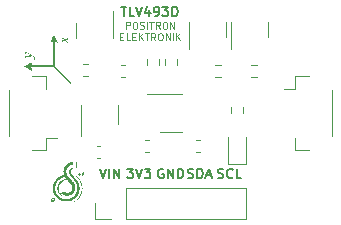
<source format=gbr>
%TF.GenerationSoftware,KiCad,Pcbnew,7.0.1*%
%TF.CreationDate,2025-06-24T15:42:27+07:00*%
%TF.ProjectId,positron_tlv493d,706f7369-7472-46f6-9e5f-746c76343933,rev?*%
%TF.SameCoordinates,Original*%
%TF.FileFunction,Legend,Top*%
%TF.FilePolarity,Positive*%
%FSLAX46Y46*%
G04 Gerber Fmt 4.6, Leading zero omitted, Abs format (unit mm)*
G04 Created by KiCad (PCBNEW 7.0.1) date 2025-06-24 15:42:27*
%MOMM*%
%LPD*%
G01*
G04 APERTURE LIST*
%ADD10C,0.000000*%
%ADD11C,0.150000*%
%ADD12C,0.100000*%
%ADD13C,0.120000*%
G04 APERTURE END LIST*
D10*
G36*
X119018226Y-68762881D02*
G01*
X119020721Y-68763530D01*
X119023238Y-68764560D01*
X119025765Y-68765955D01*
X119028291Y-68767701D01*
X119030805Y-68769783D01*
X119033295Y-68772186D01*
X119038158Y-68777896D01*
X119042790Y-68784714D01*
X119047099Y-68792523D01*
X119050994Y-68801203D01*
X119054386Y-68810638D01*
X119057182Y-68820710D01*
X119059292Y-68831301D01*
X119060624Y-68842292D01*
X119060970Y-68847901D01*
X119061088Y-68853567D01*
X119061174Y-68858630D01*
X119061441Y-68863246D01*
X119061907Y-68867433D01*
X119062220Y-68869370D01*
X119062588Y-68871206D01*
X119063014Y-68872942D01*
X119063500Y-68874582D01*
X119064048Y-68876126D01*
X119064660Y-68877578D01*
X119065339Y-68878938D01*
X119066085Y-68880210D01*
X119066902Y-68881394D01*
X119067791Y-68882494D01*
X119068755Y-68883512D01*
X119069795Y-68884449D01*
X119070914Y-68885307D01*
X119072113Y-68886088D01*
X119073395Y-68886796D01*
X119074761Y-68887431D01*
X119076215Y-68887995D01*
X119077757Y-68888492D01*
X119079391Y-68888922D01*
X119081117Y-68889288D01*
X119082938Y-68889592D01*
X119084857Y-68889837D01*
X119088994Y-68890154D01*
X119093544Y-68890256D01*
X119096797Y-68890337D01*
X119100186Y-68890573D01*
X119103683Y-68890953D01*
X119107258Y-68891468D01*
X119110883Y-68892107D01*
X119114529Y-68892860D01*
X119118166Y-68893716D01*
X119121766Y-68894665D01*
X119125300Y-68895697D01*
X119128739Y-68896801D01*
X119132054Y-68897968D01*
X119135216Y-68899185D01*
X119138196Y-68900445D01*
X119140965Y-68901735D01*
X119143495Y-68903046D01*
X119145755Y-68904367D01*
X119148373Y-68906094D01*
X119150671Y-68907835D01*
X119152655Y-68909586D01*
X119154327Y-68911342D01*
X119155691Y-68913103D01*
X119156750Y-68914862D01*
X119157509Y-68916618D01*
X119157970Y-68918368D01*
X119158138Y-68920106D01*
X119158016Y-68921832D01*
X119157608Y-68923540D01*
X119156918Y-68925227D01*
X119155948Y-68926891D01*
X119154702Y-68928528D01*
X119153185Y-68930134D01*
X119151400Y-68931707D01*
X119149350Y-68933242D01*
X119147039Y-68934737D01*
X119141649Y-68937591D01*
X119135258Y-68940243D01*
X119127896Y-68942665D01*
X119119591Y-68944831D01*
X119110373Y-68946714D01*
X119100270Y-68948286D01*
X119089311Y-68949522D01*
X119081978Y-68950124D01*
X119075293Y-68950895D01*
X119069213Y-68951872D01*
X119063690Y-68953094D01*
X119061124Y-68953808D01*
X119058681Y-68954597D01*
X119056354Y-68955465D01*
X119054138Y-68956418D01*
X119052027Y-68957460D01*
X119050017Y-68958595D01*
X119048100Y-68959828D01*
X119046272Y-68961164D01*
X119044526Y-68962608D01*
X119042858Y-68964163D01*
X119041261Y-68965836D01*
X119039729Y-68967630D01*
X119038257Y-68969550D01*
X119036840Y-68971601D01*
X119035471Y-68973787D01*
X119034145Y-68976113D01*
X119031599Y-68981204D01*
X119029157Y-68986911D01*
X119026772Y-68993271D01*
X119024400Y-69000322D01*
X119020957Y-69010942D01*
X119017496Y-69020590D01*
X119013997Y-69029288D01*
X119012228Y-69033287D01*
X119010443Y-69037055D01*
X119008639Y-69040597D01*
X119006814Y-69043913D01*
X119004966Y-69047007D01*
X119003093Y-69049882D01*
X119001191Y-69052540D01*
X118999259Y-69054983D01*
X118997295Y-69057214D01*
X118995296Y-69059236D01*
X118993259Y-69061051D01*
X118991183Y-69062663D01*
X118989065Y-69064072D01*
X118986903Y-69065283D01*
X118984695Y-69066297D01*
X118982438Y-69067118D01*
X118980129Y-69067747D01*
X118977767Y-69068188D01*
X118975349Y-69068443D01*
X118972873Y-69068514D01*
X118970337Y-69068404D01*
X118967738Y-69068116D01*
X118965073Y-69067653D01*
X118962342Y-69067016D01*
X118959540Y-69066209D01*
X118956666Y-69065233D01*
X118953375Y-69063824D01*
X118950377Y-69062229D01*
X118947669Y-69060428D01*
X118945245Y-69058398D01*
X118943103Y-69056121D01*
X118941238Y-69053575D01*
X118939646Y-69050740D01*
X118938322Y-69047595D01*
X118937263Y-69044118D01*
X118936464Y-69040291D01*
X118935922Y-69036091D01*
X118935632Y-69031499D01*
X118935590Y-69026493D01*
X118935792Y-69021053D01*
X118936234Y-69015159D01*
X118936911Y-69008789D01*
X118937864Y-69001041D01*
X118938584Y-68994168D01*
X118939035Y-68988117D01*
X118939182Y-68982838D01*
X118939131Y-68980471D01*
X118938990Y-68978277D01*
X118938756Y-68976251D01*
X118938424Y-68974385D01*
X118937990Y-68972673D01*
X118937449Y-68971108D01*
X118936797Y-68969685D01*
X118936029Y-68968396D01*
X118935141Y-68967235D01*
X118934130Y-68966196D01*
X118932989Y-68965273D01*
X118931716Y-68964458D01*
X118930305Y-68963745D01*
X118928752Y-68963128D01*
X118927053Y-68962601D01*
X118925203Y-68962156D01*
X118923198Y-68961788D01*
X118921034Y-68961490D01*
X118916210Y-68961079D01*
X118910695Y-68960870D01*
X118904455Y-68960811D01*
X118901318Y-68960750D01*
X118898256Y-68960565D01*
X118895272Y-68960258D01*
X118892367Y-68959830D01*
X118889543Y-68959283D01*
X118886800Y-68958616D01*
X118884142Y-68957832D01*
X118881569Y-68956931D01*
X118879082Y-68955914D01*
X118876684Y-68954782D01*
X118874376Y-68953537D01*
X118872160Y-68952179D01*
X118870036Y-68950710D01*
X118868007Y-68949130D01*
X118866074Y-68947440D01*
X118864239Y-68945642D01*
X118862503Y-68943736D01*
X118860867Y-68941724D01*
X118859334Y-68939607D01*
X118857905Y-68937385D01*
X118856581Y-68935059D01*
X118855365Y-68932632D01*
X118854257Y-68930103D01*
X118853258Y-68927474D01*
X118852372Y-68924745D01*
X118851599Y-68921919D01*
X118850940Y-68918995D01*
X118850398Y-68915975D01*
X118849973Y-68912860D01*
X118849668Y-68909651D01*
X118849484Y-68906349D01*
X118849422Y-68902956D01*
X118849496Y-68902298D01*
X118849714Y-68901650D01*
X118850074Y-68901012D01*
X118850571Y-68900384D01*
X118851961Y-68899164D01*
X118853854Y-68897995D01*
X118856217Y-68896884D01*
X118859021Y-68895837D01*
X118862235Y-68894860D01*
X118865826Y-68893960D01*
X118869765Y-68893142D01*
X118874020Y-68892414D01*
X118878560Y-68891780D01*
X118883355Y-68891248D01*
X118888373Y-68890823D01*
X118893583Y-68890512D01*
X118898954Y-68890321D01*
X118904455Y-68890256D01*
X118913697Y-68890196D01*
X118921904Y-68889977D01*
X118929164Y-68889539D01*
X118935566Y-68888822D01*
X118938473Y-68888341D01*
X118941199Y-68887767D01*
X118943755Y-68887093D01*
X118946152Y-68886312D01*
X118948401Y-68885416D01*
X118950514Y-68884398D01*
X118952501Y-68883250D01*
X118954373Y-68881965D01*
X118956143Y-68880536D01*
X118957819Y-68878954D01*
X118959415Y-68877212D01*
X118960941Y-68875304D01*
X118962408Y-68873221D01*
X118963827Y-68870955D01*
X118965209Y-68868500D01*
X118966566Y-68865848D01*
X118969248Y-68859922D01*
X118971960Y-68853117D01*
X118974792Y-68845374D01*
X118977833Y-68836633D01*
X118981118Y-68826091D01*
X118984536Y-68815797D01*
X118987953Y-68805999D01*
X118991239Y-68796946D01*
X118996883Y-68782063D01*
X119000411Y-68773133D01*
X119002323Y-68770212D01*
X119004348Y-68767789D01*
X119006474Y-68765849D01*
X119008690Y-68764377D01*
X119010985Y-68763359D01*
X119013347Y-68762780D01*
X119015764Y-68762626D01*
X119018226Y-68762881D01*
G37*
G36*
X114467011Y-58560112D02*
G01*
X114484363Y-58563755D01*
X114503988Y-58569286D01*
X114525868Y-58576698D01*
X114549983Y-58585987D01*
X114576313Y-58597151D01*
X114635556Y-58625069D01*
X114703451Y-58660409D01*
X114779853Y-58703130D01*
X114864620Y-58753186D01*
X114907068Y-58779002D01*
X114945645Y-58802853D01*
X114980571Y-58824922D01*
X115012052Y-58845385D01*
X115040312Y-58864424D01*
X115065558Y-58882219D01*
X115088003Y-58898945D01*
X115107860Y-58914784D01*
X115125344Y-58929909D01*
X115133266Y-58937264D01*
X115140672Y-58944509D01*
X115147592Y-58951666D01*
X115154052Y-58958757D01*
X115160080Y-58965806D01*
X115165701Y-58972833D01*
X115170939Y-58979864D01*
X115175830Y-58986916D01*
X115180389Y-58994015D01*
X115184650Y-59001185D01*
X115188640Y-59008446D01*
X115192382Y-59015820D01*
X115199229Y-59031002D01*
X115202297Y-59038781D01*
X115205011Y-59046603D01*
X115207382Y-59054443D01*
X115209415Y-59062284D01*
X115211114Y-59070112D01*
X115212484Y-59077900D01*
X115213528Y-59085633D01*
X115214257Y-59093296D01*
X115214676Y-59100864D01*
X115214784Y-59108322D01*
X115214588Y-59115652D01*
X115214098Y-59122830D01*
X115213314Y-59129841D01*
X115212244Y-59136670D01*
X115210889Y-59143289D01*
X115209262Y-59149690D01*
X115207362Y-59155843D01*
X115205194Y-59161736D01*
X115202769Y-59167352D01*
X115200086Y-59172668D01*
X115197153Y-59177666D01*
X115193974Y-59182327D01*
X115190555Y-59186637D01*
X115186903Y-59190568D01*
X115183020Y-59194109D01*
X115178911Y-59197240D01*
X115174585Y-59199939D01*
X115170044Y-59202190D01*
X115165292Y-59203973D01*
X115160338Y-59205270D01*
X115155187Y-59206060D01*
X115149842Y-59206328D01*
X115144312Y-59206192D01*
X115139064Y-59205779D01*
X115134105Y-59205105D01*
X115129436Y-59204178D01*
X115125055Y-59203006D01*
X115120970Y-59201601D01*
X115117181Y-59199973D01*
X115113686Y-59198131D01*
X115110494Y-59196086D01*
X115107605Y-59193842D01*
X115105023Y-59191417D01*
X115102743Y-59188813D01*
X115100777Y-59186048D01*
X115099116Y-59183124D01*
X115097774Y-59180058D01*
X115096749Y-59176851D01*
X115096039Y-59173520D01*
X115095649Y-59170070D01*
X115095587Y-59166517D01*
X115095845Y-59162864D01*
X115096435Y-59159121D01*
X115097349Y-59155303D01*
X115098600Y-59151416D01*
X115100182Y-59147468D01*
X115102103Y-59143474D01*
X115104361Y-59139440D01*
X115106960Y-59135378D01*
X115109898Y-59131293D01*
X115113189Y-59127202D01*
X115116825Y-59123108D01*
X115120808Y-59119027D01*
X115125146Y-59114964D01*
X115129255Y-59111226D01*
X115133020Y-59107421D01*
X115136433Y-59103552D01*
X115139502Y-59099615D01*
X115142220Y-59095614D01*
X115144593Y-59091541D01*
X115146618Y-59087400D01*
X115148296Y-59083185D01*
X115149629Y-59078905D01*
X115150615Y-59074551D01*
X115151250Y-59070124D01*
X115151539Y-59065628D01*
X115151481Y-59061057D01*
X115151077Y-59056412D01*
X115150324Y-59051692D01*
X115149223Y-59046897D01*
X115147777Y-59042026D01*
X115145983Y-59037081D01*
X115143842Y-59032055D01*
X115141350Y-59026951D01*
X115138517Y-59021769D01*
X115135332Y-59016508D01*
X115131802Y-59011169D01*
X115127926Y-59005746D01*
X115119128Y-58994657D01*
X115108941Y-58983239D01*
X115097363Y-58971482D01*
X115084403Y-58959386D01*
X115075527Y-58951712D01*
X115067360Y-58944856D01*
X115059792Y-58938780D01*
X115052724Y-58933439D01*
X115046042Y-58928782D01*
X115039648Y-58924768D01*
X115033435Y-58921351D01*
X115027294Y-58918488D01*
X115021128Y-58916125D01*
X115014826Y-58914231D01*
X115008290Y-58912748D01*
X115001406Y-58911637D01*
X114994071Y-58910851D01*
X114986188Y-58910347D01*
X114977644Y-58910076D01*
X114968337Y-58909997D01*
X114955101Y-58910226D01*
X114940710Y-58910885D01*
X114925624Y-58911950D01*
X114910305Y-58913394D01*
X114895219Y-58915183D01*
X114880825Y-58917290D01*
X114867591Y-58919686D01*
X114861553Y-58920985D01*
X114855978Y-58922345D01*
X114814865Y-58930987D01*
X114762294Y-58941483D01*
X114687727Y-58955682D01*
X114580632Y-58975436D01*
X114567205Y-58978137D01*
X114555095Y-58980712D01*
X114544209Y-58983210D01*
X114534447Y-58985681D01*
X114525715Y-58988175D01*
X114521703Y-58989445D01*
X114517910Y-58990739D01*
X114514325Y-58992061D01*
X114510937Y-58993421D01*
X114507730Y-58994823D01*
X114504698Y-58996274D01*
X114501825Y-58997778D01*
X114499097Y-58999342D01*
X114496506Y-59000974D01*
X114494035Y-59002675D01*
X114491675Y-59004458D01*
X114489415Y-59006325D01*
X114487239Y-59008283D01*
X114485136Y-59010339D01*
X114483097Y-59012496D01*
X114481104Y-59014764D01*
X114479153Y-59017144D01*
X114477222Y-59019649D01*
X114473390Y-59025046D01*
X114469511Y-59031000D01*
X114466911Y-59034889D01*
X114464214Y-59038674D01*
X114461445Y-59042337D01*
X114458630Y-59045854D01*
X114455781Y-59049217D01*
X114452926Y-59052402D01*
X114450089Y-59055389D01*
X114447284Y-59058163D01*
X114444538Y-59060709D01*
X114441873Y-59063002D01*
X114439307Y-59065028D01*
X114436866Y-59066769D01*
X114434569Y-59068205D01*
X114432438Y-59069320D01*
X114431441Y-59069753D01*
X114430496Y-59070093D01*
X114429602Y-59070349D01*
X114428763Y-59070511D01*
X114426968Y-59070204D01*
X114425290Y-59069266D01*
X114423730Y-59067679D01*
X114422282Y-59065419D01*
X114420949Y-59062464D01*
X114419735Y-59058792D01*
X114418635Y-59054381D01*
X114417652Y-59049211D01*
X114416782Y-59043261D01*
X114416029Y-59036509D01*
X114414873Y-59020504D01*
X114414177Y-59001030D01*
X114413945Y-58977906D01*
X114414001Y-58959392D01*
X114414159Y-58942060D01*
X114414404Y-58926295D01*
X114414718Y-58912467D01*
X114415092Y-58900956D01*
X114415510Y-58892132D01*
X114415957Y-58886379D01*
X114416183Y-58884768D01*
X114416415Y-58884068D01*
X114648545Y-58849496D01*
X114687104Y-58843814D01*
X114720996Y-58838757D01*
X114750470Y-58834263D01*
X114775778Y-58830263D01*
X114797173Y-58826687D01*
X114806482Y-58825039D01*
X114814906Y-58823470D01*
X114822476Y-58821979D01*
X114829224Y-58820550D01*
X114835187Y-58819179D01*
X114840390Y-58817856D01*
X114844863Y-58816574D01*
X114848642Y-58815320D01*
X114851756Y-58814092D01*
X114853074Y-58813484D01*
X114854239Y-58812875D01*
X114855252Y-58812272D01*
X114856119Y-58811667D01*
X114856844Y-58811062D01*
X114857430Y-58810455D01*
X114857882Y-58809849D01*
X114858202Y-58809236D01*
X114858395Y-58808620D01*
X114858466Y-58807996D01*
X114858420Y-58807368D01*
X114858257Y-58806731D01*
X114857981Y-58806084D01*
X114857601Y-58805430D01*
X114857113Y-58804761D01*
X114856531Y-58804083D01*
X114855085Y-58802685D01*
X114853282Y-58801227D01*
X114851167Y-58799699D01*
X114848762Y-58798093D01*
X114846099Y-58796403D01*
X114823555Y-58782558D01*
X114800060Y-58768872D01*
X114775863Y-58755447D01*
X114751199Y-58742385D01*
X114726313Y-58729783D01*
X114701443Y-58717747D01*
X114676829Y-58706377D01*
X114652712Y-58695773D01*
X114629332Y-58686036D01*
X114606933Y-58677270D01*
X114585753Y-58669575D01*
X114566031Y-58663054D01*
X114548011Y-58657803D01*
X114531929Y-58653927D01*
X114518029Y-58651529D01*
X114506551Y-58650705D01*
X114504928Y-58650733D01*
X114503299Y-58650819D01*
X114501666Y-58650964D01*
X114500034Y-58651158D01*
X114498404Y-58651410D01*
X114496780Y-58651717D01*
X114495157Y-58652072D01*
X114493547Y-58652480D01*
X114490360Y-58653448D01*
X114487236Y-58654612D01*
X114484187Y-58655964D01*
X114481240Y-58657496D01*
X114479806Y-58658330D01*
X114478406Y-58659201D01*
X114477039Y-58660117D01*
X114475707Y-58661074D01*
X114474412Y-58662072D01*
X114473159Y-58663106D01*
X114471947Y-58664179D01*
X114470785Y-58665290D01*
X114469663Y-58666439D01*
X114468596Y-58667618D01*
X114467576Y-58668835D01*
X114466609Y-58670084D01*
X114465699Y-58671366D01*
X114464853Y-58672681D01*
X114464062Y-58674027D01*
X114463334Y-58675399D01*
X114461877Y-58677916D01*
X114460289Y-58680362D01*
X114458582Y-58682723D01*
X114456776Y-58684990D01*
X114454883Y-58687146D01*
X114452918Y-58689183D01*
X114450894Y-58691083D01*
X114448828Y-58692841D01*
X114446732Y-58694436D01*
X114444623Y-58695862D01*
X114442510Y-58697102D01*
X114440417Y-58698147D01*
X114438348Y-58698980D01*
X114437331Y-58699313D01*
X114436327Y-58699591D01*
X114435335Y-58699808D01*
X114434361Y-58699965D01*
X114433404Y-58700062D01*
X114432467Y-58700095D01*
X114430217Y-58699719D01*
X114428100Y-58698623D01*
X114426111Y-58696852D01*
X114424254Y-58694453D01*
X114422534Y-58691474D01*
X114420947Y-58687959D01*
X114418173Y-58679508D01*
X114415942Y-58669476D01*
X114414257Y-58658228D01*
X114413127Y-58646138D01*
X114412557Y-58633574D01*
X114412551Y-58620909D01*
X114413115Y-58608515D01*
X114414254Y-58596762D01*
X114415971Y-58586017D01*
X114418280Y-58576656D01*
X114419650Y-58572608D01*
X114421176Y-58569047D01*
X114422847Y-58566016D01*
X114424667Y-58563562D01*
X114426641Y-58561732D01*
X114428763Y-58560571D01*
X114439194Y-58558515D01*
X114451948Y-58558363D01*
X114467011Y-58560112D01*
G37*
G36*
X118718445Y-69059311D02*
G01*
X118721947Y-69060278D01*
X118726097Y-69061867D01*
X118730893Y-69064083D01*
X118736335Y-69066931D01*
X118749144Y-69074550D01*
X118764510Y-69084771D01*
X118782419Y-69097642D01*
X118802855Y-69113211D01*
X118817912Y-69125651D01*
X118833809Y-69139509D01*
X118850297Y-69154517D01*
X118867127Y-69170405D01*
X118884048Y-69186905D01*
X118900809Y-69203748D01*
X118917161Y-69220666D01*
X118932854Y-69237389D01*
X118947637Y-69253649D01*
X118961261Y-69269177D01*
X118973475Y-69283705D01*
X118984029Y-69296964D01*
X118992673Y-69308685D01*
X118999157Y-69318599D01*
X119003231Y-69326438D01*
X119004286Y-69329496D01*
X119004644Y-69331933D01*
X119004839Y-69333499D01*
X119005410Y-69335527D01*
X119006337Y-69337986D01*
X119007599Y-69340841D01*
X119009174Y-69344060D01*
X119011044Y-69347610D01*
X119015580Y-69355569D01*
X119021043Y-69364455D01*
X119027266Y-69374002D01*
X119034085Y-69383946D01*
X119041333Y-69394022D01*
X119051033Y-69407661D01*
X119061513Y-69424019D01*
X119072630Y-69442776D01*
X119084240Y-69463608D01*
X119108355Y-69510207D01*
X119132702Y-69561239D01*
X119156124Y-69614123D01*
X119177461Y-69666279D01*
X119195558Y-69715127D01*
X119203029Y-69737505D01*
X119209255Y-69758089D01*
X119214857Y-69781132D01*
X119220007Y-69808095D01*
X119224681Y-69838431D01*
X119228857Y-69871595D01*
X119235623Y-69944223D01*
X119240123Y-70021614D01*
X119242177Y-70099401D01*
X119241601Y-70173220D01*
X119240270Y-70207277D01*
X119238213Y-70238704D01*
X119235409Y-70266957D01*
X119231833Y-70291489D01*
X119221768Y-70343122D01*
X119209589Y-70394263D01*
X119195330Y-70444850D01*
X119179027Y-70494821D01*
X119160714Y-70544114D01*
X119140428Y-70592667D01*
X119118203Y-70640418D01*
X119094074Y-70687305D01*
X119068076Y-70733267D01*
X119040245Y-70778239D01*
X119010615Y-70822162D01*
X118979222Y-70864973D01*
X118946101Y-70906610D01*
X118911288Y-70947011D01*
X118874816Y-70986113D01*
X118836722Y-71023855D01*
X118811381Y-71047288D01*
X118785729Y-71069899D01*
X118759921Y-71091591D01*
X118734108Y-71112270D01*
X118708444Y-71131842D01*
X118683082Y-71150211D01*
X118658174Y-71167281D01*
X118633875Y-71182958D01*
X118610336Y-71197147D01*
X118587710Y-71209753D01*
X118566152Y-71220680D01*
X118545813Y-71229833D01*
X118526846Y-71237118D01*
X118509405Y-71242440D01*
X118493642Y-71245702D01*
X118486438Y-71246532D01*
X118479711Y-71246811D01*
X118447255Y-71246811D01*
X118482533Y-71218589D01*
X118486331Y-71215665D01*
X118490297Y-71212729D01*
X118498607Y-71206903D01*
X118507214Y-71201275D01*
X118515871Y-71196011D01*
X118520140Y-71193567D01*
X118524329Y-71191276D01*
X118528406Y-71189159D01*
X118532341Y-71187236D01*
X118536102Y-71185528D01*
X118539658Y-71184055D01*
X118542979Y-71182839D01*
X118546033Y-71181900D01*
X118562315Y-71174957D01*
X118581768Y-71163925D01*
X118603958Y-71149213D01*
X118628451Y-71131232D01*
X118654812Y-71110390D01*
X118682608Y-71087096D01*
X118711404Y-71061761D01*
X118740766Y-71034792D01*
X118770261Y-71006599D01*
X118799454Y-70977592D01*
X118827911Y-70948180D01*
X118855199Y-70918772D01*
X118880882Y-70889778D01*
X118904527Y-70861606D01*
X118925700Y-70834666D01*
X118943967Y-70809367D01*
X118953835Y-70794245D01*
X118964312Y-70777091D01*
X118986609Y-70737687D01*
X119009897Y-70693157D01*
X119033219Y-70645502D01*
X119055615Y-70596722D01*
X119076126Y-70548818D01*
X119093792Y-70503792D01*
X119107656Y-70463645D01*
X119124739Y-70404705D01*
X119138951Y-70345414D01*
X119150298Y-70285851D01*
X119158786Y-70226093D01*
X119164422Y-70166219D01*
X119167211Y-70106308D01*
X119167161Y-70046439D01*
X119164276Y-69986689D01*
X119158564Y-69927138D01*
X119150030Y-69867863D01*
X119138681Y-69808945D01*
X119124522Y-69750460D01*
X119107561Y-69692488D01*
X119087803Y-69635107D01*
X119065255Y-69578396D01*
X119039922Y-69522433D01*
X119032734Y-69507683D01*
X119026075Y-69493329D01*
X119020078Y-69479769D01*
X119014875Y-69467400D01*
X119010597Y-69456618D01*
X119007378Y-69447821D01*
X119006207Y-69444290D01*
X119005350Y-69441405D01*
X119004823Y-69439214D01*
X119004644Y-69437767D01*
X119004301Y-69435023D01*
X119003289Y-69431575D01*
X118999358Y-69422699D01*
X118993054Y-69411396D01*
X118984580Y-69397925D01*
X118961930Y-69365511D01*
X118933030Y-69327524D01*
X118899500Y-69286031D01*
X118862960Y-69243099D01*
X118825031Y-69200796D01*
X118787333Y-69161189D01*
X118768330Y-69141287D01*
X118752058Y-69123417D01*
X118738502Y-69107626D01*
X118727647Y-69093963D01*
X118719480Y-69082474D01*
X118716400Y-69077559D01*
X118713986Y-69073207D01*
X118712236Y-69069421D01*
X118711149Y-69066209D01*
X118710723Y-69063577D01*
X118710957Y-69061529D01*
X118711847Y-69060073D01*
X118713393Y-69059214D01*
X118715593Y-69058958D01*
X118718445Y-69059311D01*
G37*
G36*
X118750644Y-68339922D02*
G01*
X118651866Y-68339922D01*
X118651866Y-67860145D01*
X118750644Y-67860145D01*
X118750644Y-68339922D01*
G37*
G36*
X116551292Y-71107993D02*
G01*
X116647912Y-71107993D01*
X116648076Y-71111220D01*
X116648631Y-71114222D01*
X116649579Y-71117001D01*
X116650919Y-71119560D01*
X116652651Y-71121901D01*
X116654774Y-71124026D01*
X116657288Y-71125938D01*
X116660193Y-71127638D01*
X116663489Y-71129130D01*
X116667176Y-71130415D01*
X116671252Y-71131496D01*
X116675718Y-71132376D01*
X116680574Y-71133056D01*
X116685820Y-71133539D01*
X116691454Y-71133827D01*
X116697478Y-71133922D01*
X116707343Y-71133535D01*
X116717798Y-71132414D01*
X116728704Y-71130620D01*
X116739921Y-71128211D01*
X116751312Y-71125249D01*
X116762739Y-71121793D01*
X116774062Y-71117902D01*
X116785143Y-71113637D01*
X116795844Y-71109059D01*
X116806026Y-71104225D01*
X116815550Y-71099198D01*
X116824279Y-71094036D01*
X116832074Y-71088800D01*
X116838796Y-71083549D01*
X116841711Y-71080937D01*
X116844306Y-71078344D01*
X116846564Y-71075777D01*
X116848467Y-71073245D01*
X116849145Y-71071447D01*
X116849597Y-71069245D01*
X116849825Y-71066668D01*
X116849834Y-71063742D01*
X116849628Y-71060492D01*
X116849211Y-71056948D01*
X116848587Y-71053134D01*
X116847761Y-71049079D01*
X116846736Y-71044809D01*
X116845518Y-71040351D01*
X116844109Y-71035731D01*
X116842513Y-71030977D01*
X116840736Y-71026116D01*
X116838782Y-71021174D01*
X116836653Y-71016178D01*
X116834356Y-71011155D01*
X116831416Y-71005268D01*
X116828416Y-70999779D01*
X116825353Y-70994689D01*
X116822226Y-70989997D01*
X116819031Y-70985705D01*
X116815767Y-70981815D01*
X116812432Y-70978325D01*
X116809022Y-70975238D01*
X116805535Y-70972554D01*
X116801970Y-70970274D01*
X116798323Y-70968399D01*
X116794594Y-70966929D01*
X116790778Y-70965865D01*
X116786874Y-70965208D01*
X116782880Y-70964959D01*
X116778793Y-70965118D01*
X116774611Y-70965687D01*
X116770331Y-70966665D01*
X116765952Y-70968055D01*
X116761471Y-70969856D01*
X116756885Y-70972069D01*
X116752193Y-70974696D01*
X116747392Y-70977736D01*
X116742479Y-70981191D01*
X116737452Y-70985062D01*
X116732310Y-70989349D01*
X116727049Y-70994053D01*
X116721668Y-70999175D01*
X116710534Y-71010675D01*
X116698889Y-71023855D01*
X116686982Y-71037881D01*
X116681624Y-71044503D01*
X116676661Y-71050868D01*
X116672094Y-71056977D01*
X116667923Y-71062833D01*
X116664147Y-71068438D01*
X116660767Y-71073796D01*
X116657781Y-71078907D01*
X116655189Y-71083774D01*
X116652992Y-71088400D01*
X116651189Y-71092788D01*
X116649780Y-71096938D01*
X116648764Y-71100854D01*
X116648142Y-71104538D01*
X116647912Y-71107993D01*
X116551292Y-71107993D01*
X116551475Y-71104956D01*
X116552836Y-71095733D01*
X116555022Y-71086077D01*
X116558026Y-71075940D01*
X116561843Y-71065279D01*
X116566466Y-71054048D01*
X116571889Y-71042200D01*
X116576550Y-71032809D01*
X116581593Y-71023624D01*
X116587103Y-71014555D01*
X116593166Y-71005511D01*
X116599865Y-70996401D01*
X116607285Y-70987134D01*
X116615512Y-70977618D01*
X116624629Y-70967764D01*
X116634722Y-70957480D01*
X116645876Y-70946674D01*
X116658174Y-70935257D01*
X116671703Y-70923138D01*
X116702789Y-70896426D01*
X116739811Y-70865811D01*
X116808955Y-70809367D01*
X116840000Y-70839000D01*
X116843172Y-70842085D01*
X116846325Y-70845496D01*
X116849441Y-70849191D01*
X116852501Y-70853133D01*
X116855487Y-70857281D01*
X116858380Y-70861597D01*
X116861161Y-70866041D01*
X116863812Y-70870574D01*
X116866315Y-70875156D01*
X116868649Y-70879748D01*
X116870798Y-70884312D01*
X116872742Y-70888808D01*
X116874463Y-70893196D01*
X116875942Y-70897437D01*
X116877160Y-70901492D01*
X116878100Y-70905322D01*
X116878807Y-70909628D01*
X116879855Y-70914571D01*
X116882884Y-70926136D01*
X116887005Y-70939552D01*
X116892035Y-70954358D01*
X116897792Y-70970090D01*
X116904095Y-70986285D01*
X116910762Y-71002479D01*
X116917611Y-71018211D01*
X116922839Y-71030486D01*
X116927417Y-71041464D01*
X116931359Y-71051273D01*
X116934677Y-71060037D01*
X116937382Y-71067884D01*
X116938510Y-71071503D01*
X116939489Y-71074939D01*
X116940321Y-71078210D01*
X116941008Y-71081329D01*
X116941551Y-71084314D01*
X116941953Y-71087179D01*
X116942213Y-71089941D01*
X116942335Y-71092616D01*
X116942319Y-71095219D01*
X116942168Y-71097765D01*
X116941882Y-71100272D01*
X116941463Y-71102753D01*
X116940913Y-71105227D01*
X116940233Y-71107707D01*
X116939425Y-71110209D01*
X116938490Y-71112751D01*
X116937431Y-71115346D01*
X116936248Y-71118012D01*
X116933517Y-71123616D01*
X116930311Y-71129689D01*
X116924362Y-71138330D01*
X116916652Y-71146760D01*
X116907305Y-71154934D01*
X116896444Y-71162806D01*
X116884195Y-71170331D01*
X116870680Y-71177463D01*
X116856025Y-71184156D01*
X116840353Y-71190367D01*
X116823787Y-71196048D01*
X116806453Y-71201154D01*
X116788474Y-71205640D01*
X116769974Y-71209461D01*
X116751076Y-71212570D01*
X116731907Y-71214923D01*
X116712588Y-71216474D01*
X116693244Y-71217178D01*
X116682335Y-71217355D01*
X116672312Y-71217343D01*
X116663104Y-71217116D01*
X116654637Y-71216648D01*
X116646841Y-71215917D01*
X116639641Y-71214896D01*
X116636243Y-71214269D01*
X116632967Y-71213560D01*
X116629804Y-71212767D01*
X116626746Y-71211886D01*
X116623782Y-71210914D01*
X116620905Y-71209848D01*
X116618104Y-71208685D01*
X116615371Y-71207421D01*
X116612698Y-71206054D01*
X116610074Y-71204581D01*
X116607491Y-71202998D01*
X116604940Y-71201303D01*
X116602411Y-71199491D01*
X116599896Y-71197561D01*
X116594872Y-71193332D01*
X116589793Y-71188590D01*
X116584589Y-71183311D01*
X116577361Y-71175928D01*
X116571021Y-71168566D01*
X116565560Y-71161179D01*
X116560975Y-71153722D01*
X116559008Y-71149953D01*
X116557257Y-71146149D01*
X116555722Y-71142305D01*
X116554401Y-71138414D01*
X116553295Y-71134473D01*
X116552402Y-71130473D01*
X116551721Y-71126411D01*
X116551251Y-71122280D01*
X116550993Y-71118075D01*
X116550944Y-71113790D01*
X116551292Y-71107993D01*
G37*
G36*
X118454311Y-68098622D02*
G01*
X118402100Y-68107089D01*
X118367275Y-68113028D01*
X118335634Y-68118753D01*
X118306887Y-68124378D01*
X118280744Y-68130020D01*
X118256917Y-68135794D01*
X118235115Y-68141816D01*
X118215049Y-68148202D01*
X118196430Y-68155067D01*
X118178969Y-68162528D01*
X118162376Y-68170699D01*
X118146362Y-68179698D01*
X118130637Y-68189639D01*
X118114913Y-68200639D01*
X118098898Y-68212812D01*
X118082305Y-68226276D01*
X118064844Y-68241145D01*
X118051438Y-68253479D01*
X118037760Y-68267589D01*
X118023938Y-68283266D01*
X118010098Y-68300301D01*
X117996364Y-68318485D01*
X117982865Y-68337610D01*
X117969725Y-68357467D01*
X117957071Y-68377846D01*
X117945028Y-68398540D01*
X117933724Y-68419339D01*
X117923284Y-68440034D01*
X117913833Y-68460418D01*
X117905499Y-68480281D01*
X117898408Y-68499414D01*
X117892684Y-68517608D01*
X117888455Y-68534656D01*
X117884881Y-68554630D01*
X117882083Y-68575787D01*
X117880047Y-68597920D01*
X117878754Y-68620822D01*
X117878189Y-68644286D01*
X117878335Y-68668105D01*
X117879176Y-68692073D01*
X117880694Y-68715983D01*
X117882874Y-68739629D01*
X117885699Y-68762804D01*
X117889153Y-68785300D01*
X117893218Y-68806912D01*
X117897878Y-68827432D01*
X117903118Y-68846654D01*
X117908919Y-68864372D01*
X117915266Y-68880378D01*
X117926350Y-68904403D01*
X117938586Y-68928513D01*
X117952198Y-68952990D01*
X117967411Y-68978119D01*
X117984453Y-69004182D01*
X118003546Y-69031463D01*
X118024918Y-69060245D01*
X118048793Y-69090810D01*
X118104953Y-69158425D01*
X118173831Y-69236573D01*
X118257227Y-69327521D01*
X118356944Y-69433534D01*
X118394359Y-69473370D01*
X118428387Y-69511054D01*
X118459183Y-69546882D01*
X118486899Y-69581149D01*
X118511688Y-69614151D01*
X118533702Y-69646184D01*
X118553096Y-69677543D01*
X118570022Y-69708524D01*
X118584633Y-69739422D01*
X118597081Y-69770533D01*
X118607520Y-69802152D01*
X118616104Y-69834576D01*
X118622983Y-69868099D01*
X118628313Y-69903017D01*
X118632245Y-69939627D01*
X118634933Y-69978222D01*
X118636567Y-70017397D01*
X118637001Y-70034857D01*
X118637160Y-70051115D01*
X118637029Y-70066330D01*
X118636595Y-70080665D01*
X118635842Y-70094281D01*
X118634757Y-70107339D01*
X118633324Y-70119999D01*
X118631529Y-70132424D01*
X118629359Y-70144775D01*
X118626797Y-70157213D01*
X118623831Y-70169898D01*
X118620444Y-70182993D01*
X118612355Y-70211055D01*
X118602018Y-70242578D01*
X118590574Y-70273130D01*
X118578010Y-70302737D01*
X118564311Y-70331419D01*
X118549463Y-70359200D01*
X118533452Y-70386102D01*
X118516262Y-70412149D01*
X118497879Y-70437363D01*
X118478289Y-70461766D01*
X118457478Y-70485382D01*
X118435430Y-70508233D01*
X118412132Y-70530342D01*
X118387569Y-70551731D01*
X118361726Y-70572424D01*
X118334589Y-70592443D01*
X118306144Y-70611811D01*
X118277551Y-70628941D01*
X118246927Y-70644336D01*
X118214460Y-70657982D01*
X118180335Y-70669865D01*
X118144738Y-70679971D01*
X118107856Y-70688284D01*
X118069873Y-70694791D01*
X118030978Y-70699476D01*
X117991354Y-70702326D01*
X117951189Y-70703326D01*
X117910669Y-70702462D01*
X117869979Y-70699719D01*
X117829305Y-70695082D01*
X117788834Y-70688537D01*
X117748752Y-70680070D01*
X117709244Y-70669667D01*
X117695827Y-70665308D01*
X117682078Y-70660194D01*
X117668059Y-70654365D01*
X117653836Y-70647860D01*
X117639472Y-70640719D01*
X117625032Y-70632980D01*
X117610580Y-70624684D01*
X117596179Y-70615868D01*
X117581894Y-70606573D01*
X117567789Y-70596837D01*
X117553927Y-70586701D01*
X117540374Y-70576203D01*
X117527193Y-70565382D01*
X117514447Y-70554278D01*
X117502203Y-70542930D01*
X117490522Y-70531378D01*
X117438311Y-70476345D01*
X117530033Y-70394500D01*
X117623167Y-70312656D01*
X117678200Y-70363455D01*
X117692643Y-70375714D01*
X117707890Y-70387090D01*
X117723883Y-70397587D01*
X117740567Y-70407208D01*
X117757884Y-70415956D01*
X117775778Y-70423833D01*
X117794193Y-70430843D01*
X117813071Y-70436988D01*
X117832357Y-70442270D01*
X117851993Y-70446694D01*
X117871923Y-70450262D01*
X117892091Y-70452976D01*
X117932912Y-70455855D01*
X117974004Y-70455354D01*
X118014914Y-70451497D01*
X118055190Y-70444305D01*
X118074948Y-70439466D01*
X118094378Y-70433802D01*
X118113423Y-70427316D01*
X118132026Y-70420010D01*
X118150132Y-70411888D01*
X118167682Y-70402953D01*
X118184621Y-70393206D01*
X118200892Y-70382652D01*
X118216439Y-70371292D01*
X118231205Y-70359130D01*
X118245133Y-70346169D01*
X118258166Y-70332411D01*
X118274042Y-70314104D01*
X118288866Y-70295687D01*
X118302644Y-70277149D01*
X118315383Y-70258482D01*
X118327087Y-70239674D01*
X118337765Y-70220716D01*
X118347421Y-70201596D01*
X118356062Y-70182304D01*
X118363695Y-70162831D01*
X118370325Y-70143165D01*
X118375959Y-70123297D01*
X118380603Y-70103216D01*
X118384262Y-70082911D01*
X118386944Y-70062373D01*
X118388655Y-70041591D01*
X118389400Y-70020555D01*
X118388763Y-69996181D01*
X118386817Y-69972206D01*
X118383512Y-69948532D01*
X118378795Y-69925063D01*
X118372614Y-69901701D01*
X118364918Y-69878350D01*
X118355655Y-69854912D01*
X118344773Y-69831290D01*
X118332222Y-69807387D01*
X118317949Y-69783106D01*
X118301902Y-69758349D01*
X118284029Y-69733020D01*
X118264280Y-69707021D01*
X118242603Y-69680255D01*
X118218945Y-69652625D01*
X118193255Y-69624033D01*
X118097829Y-69519611D01*
X118054944Y-69472427D01*
X118022511Y-69436355D01*
X118010632Y-69423646D01*
X117999710Y-69412469D01*
X117989511Y-69402767D01*
X117979803Y-69394485D01*
X117970350Y-69387568D01*
X117965647Y-69384603D01*
X117960921Y-69381959D01*
X117956142Y-69379628D01*
X117951280Y-69377603D01*
X117946308Y-69375877D01*
X117941196Y-69374443D01*
X117935914Y-69373295D01*
X117930433Y-69372425D01*
X117924724Y-69371826D01*
X117918758Y-69371491D01*
X117905939Y-69371587D01*
X117891741Y-69372657D01*
X117875930Y-69374645D01*
X117858273Y-69377494D01*
X117838538Y-69381150D01*
X117816489Y-69385556D01*
X117791440Y-69391252D01*
X117767047Y-69397787D01*
X117743237Y-69405207D01*
X117719938Y-69413557D01*
X117697076Y-69422883D01*
X117674581Y-69433230D01*
X117652379Y-69444644D01*
X117630398Y-69457170D01*
X117608566Y-69470853D01*
X117586811Y-69485739D01*
X117565060Y-69501874D01*
X117543240Y-69519303D01*
X117521280Y-69538071D01*
X117499107Y-69558224D01*
X117476649Y-69579807D01*
X117453833Y-69602867D01*
X117422032Y-69636405D01*
X117393233Y-69668968D01*
X117367327Y-69700870D01*
X117344207Y-69732424D01*
X117323767Y-69763946D01*
X117305898Y-69795748D01*
X117290493Y-69828146D01*
X117277444Y-69861453D01*
X117266645Y-69895984D01*
X117257986Y-69932053D01*
X117251362Y-69969973D01*
X117246664Y-70010061D01*
X117243786Y-70052628D01*
X117242619Y-70097991D01*
X117243055Y-70146462D01*
X117244989Y-70198356D01*
X117247643Y-70247064D01*
X117249060Y-70267868D01*
X117250611Y-70286660D01*
X117252353Y-70303708D01*
X117254340Y-70319278D01*
X117256629Y-70333637D01*
X117259276Y-70347051D01*
X117262336Y-70359787D01*
X117265866Y-70372112D01*
X117269921Y-70384292D01*
X117274556Y-70396595D01*
X117279828Y-70409285D01*
X117285792Y-70422631D01*
X117300022Y-70452356D01*
X117312237Y-70475750D01*
X117326039Y-70499278D01*
X117341297Y-70522810D01*
X117357878Y-70546217D01*
X117375649Y-70569367D01*
X117394478Y-70592130D01*
X117414234Y-70614377D01*
X117434783Y-70635976D01*
X117455994Y-70656799D01*
X117477734Y-70676714D01*
X117499871Y-70695591D01*
X117522272Y-70713301D01*
X117544806Y-70729712D01*
X117567339Y-70744695D01*
X117589741Y-70758120D01*
X117611878Y-70769856D01*
X117624367Y-70775895D01*
X117635395Y-70781324D01*
X117644989Y-70786162D01*
X117653175Y-70790427D01*
X117659980Y-70794138D01*
X117665431Y-70797314D01*
X117669555Y-70799973D01*
X117671128Y-70801115D01*
X117672379Y-70802134D01*
X117673312Y-70803034D01*
X117673930Y-70803816D01*
X117674236Y-70804483D01*
X117674273Y-70804774D01*
X117674234Y-70805037D01*
X117674118Y-70805272D01*
X117673927Y-70805480D01*
X117673319Y-70805815D01*
X117672412Y-70806044D01*
X117671210Y-70806169D01*
X117669718Y-70806193D01*
X117667937Y-70806119D01*
X117663524Y-70805681D01*
X117657999Y-70804876D01*
X117651389Y-70803722D01*
X117640686Y-70801190D01*
X117628274Y-70797358D01*
X117614328Y-70792315D01*
X117599023Y-70786149D01*
X117565044Y-70770806D01*
X117527740Y-70752040D01*
X117488518Y-70730562D01*
X117448784Y-70707083D01*
X117409943Y-70682315D01*
X117391296Y-70669669D01*
X117373400Y-70656967D01*
X117359702Y-70646095D01*
X117345178Y-70632697D01*
X117329992Y-70617025D01*
X117314310Y-70599332D01*
X117298297Y-70579869D01*
X117282119Y-70558889D01*
X117265941Y-70536644D01*
X117249928Y-70513386D01*
X117234246Y-70489367D01*
X117219060Y-70464840D01*
X117204535Y-70440057D01*
X117190837Y-70415270D01*
X117178132Y-70390730D01*
X117166584Y-70366691D01*
X117156359Y-70343404D01*
X117147622Y-70321122D01*
X117138662Y-70294861D01*
X117130823Y-70268227D01*
X117124096Y-70241261D01*
X117118468Y-70214005D01*
X117113930Y-70186498D01*
X117110471Y-70158782D01*
X117106744Y-70102885D01*
X117107201Y-70046641D01*
X117111754Y-69990377D01*
X117120318Y-69934418D01*
X117132805Y-69879092D01*
X117149129Y-69824725D01*
X117169202Y-69771643D01*
X117192938Y-69720174D01*
X117220250Y-69670644D01*
X117251051Y-69623380D01*
X117285255Y-69578707D01*
X117303605Y-69557445D01*
X117322774Y-69536953D01*
X117342750Y-69517273D01*
X117363522Y-69498445D01*
X117387653Y-69478695D01*
X117413363Y-69459711D01*
X117440479Y-69441561D01*
X117468826Y-69424317D01*
X117498232Y-69408049D01*
X117528523Y-69392826D01*
X117559525Y-69378720D01*
X117591064Y-69365800D01*
X117622967Y-69354137D01*
X117655060Y-69343801D01*
X117687169Y-69334863D01*
X117719122Y-69327391D01*
X117750744Y-69321458D01*
X117781861Y-69317133D01*
X117812301Y-69314487D01*
X117841889Y-69313589D01*
X117905389Y-69313589D01*
X117837655Y-69228922D01*
X117823972Y-69211978D01*
X117811338Y-69197084D01*
X117799509Y-69184175D01*
X117788245Y-69173183D01*
X117782748Y-69168386D01*
X117777303Y-69164044D01*
X117771877Y-69160148D01*
X117766441Y-69156691D01*
X117760965Y-69153663D01*
X117755419Y-69151058D01*
X117749771Y-69148865D01*
X117743993Y-69147078D01*
X117738053Y-69145687D01*
X117731922Y-69144686D01*
X117725570Y-69144064D01*
X117718965Y-69143815D01*
X117712078Y-69143929D01*
X117704879Y-69144399D01*
X117689423Y-69146372D01*
X117672354Y-69149669D01*
X117653431Y-69154222D01*
X117632412Y-69159966D01*
X117609055Y-69166834D01*
X117560072Y-69183278D01*
X117511209Y-69203335D01*
X117462751Y-69226749D01*
X117414984Y-69253264D01*
X117368192Y-69282623D01*
X117322661Y-69314570D01*
X117278676Y-69348849D01*
X117236522Y-69385203D01*
X117196485Y-69423376D01*
X117158850Y-69463112D01*
X117123903Y-69504154D01*
X117091927Y-69546246D01*
X117063210Y-69589132D01*
X117038035Y-69632555D01*
X117016689Y-69676260D01*
X117007540Y-69698137D01*
X116999455Y-69719989D01*
X116982193Y-69772872D01*
X116967452Y-69824692D01*
X116955241Y-69875545D01*
X116945569Y-69925526D01*
X116938443Y-69974730D01*
X116933872Y-70023251D01*
X116931864Y-70071185D01*
X116932428Y-70118628D01*
X116935571Y-70165673D01*
X116941302Y-70212417D01*
X116949630Y-70258954D01*
X116960562Y-70305380D01*
X116974106Y-70351788D01*
X116990272Y-70398276D01*
X117009067Y-70444937D01*
X117030500Y-70491867D01*
X117047989Y-70525894D01*
X117068018Y-70560091D01*
X117090350Y-70594229D01*
X117114748Y-70628083D01*
X117140972Y-70661424D01*
X117168786Y-70694025D01*
X117197952Y-70725658D01*
X117228232Y-70756097D01*
X117259388Y-70785114D01*
X117291183Y-70812481D01*
X117323379Y-70837971D01*
X117355739Y-70861357D01*
X117388024Y-70882411D01*
X117419997Y-70900907D01*
X117451420Y-70916616D01*
X117482055Y-70929311D01*
X117542810Y-70950131D01*
X117602832Y-70967612D01*
X117662119Y-70981757D01*
X117720665Y-70992568D01*
X117778468Y-71000047D01*
X117835522Y-71004196D01*
X117891824Y-71005017D01*
X117947369Y-71002512D01*
X118002154Y-70996684D01*
X118056174Y-70987533D01*
X118109425Y-70975063D01*
X118161902Y-70959275D01*
X118213603Y-70940172D01*
X118264522Y-70917755D01*
X118314656Y-70892026D01*
X118364000Y-70862989D01*
X118386576Y-70848220D01*
X118409734Y-70831558D01*
X118433298Y-70813193D01*
X118457089Y-70793315D01*
X118480930Y-70772114D01*
X118504642Y-70749780D01*
X118528049Y-70726504D01*
X118550972Y-70702475D01*
X118573234Y-70677884D01*
X118594656Y-70652921D01*
X118615061Y-70627775D01*
X118634272Y-70602639D01*
X118652110Y-70577700D01*
X118668397Y-70553151D01*
X118682957Y-70529180D01*
X118695611Y-70505978D01*
X118712789Y-70470356D01*
X118728328Y-70432933D01*
X118742210Y-70393895D01*
X118754415Y-70353423D01*
X118764924Y-70311704D01*
X118773721Y-70268919D01*
X118780785Y-70225255D01*
X118786098Y-70180893D01*
X118789642Y-70136019D01*
X118791398Y-70090816D01*
X118791348Y-70045469D01*
X118789472Y-70000161D01*
X118785752Y-69955076D01*
X118780170Y-69910398D01*
X118772707Y-69866311D01*
X118763344Y-69823000D01*
X118757393Y-69799707D01*
X118751126Y-69777351D01*
X118744458Y-69755776D01*
X118737305Y-69734828D01*
X118729580Y-69714350D01*
X118721201Y-69694189D01*
X118712081Y-69674190D01*
X118702137Y-69654196D01*
X118691283Y-69634054D01*
X118679435Y-69613607D01*
X118666508Y-69592702D01*
X118652418Y-69571183D01*
X118637078Y-69548895D01*
X118620406Y-69525683D01*
X118602315Y-69501392D01*
X118582722Y-69475867D01*
X118568823Y-69457966D01*
X118554875Y-69439553D01*
X118541224Y-69421172D01*
X118528218Y-69403371D01*
X118505530Y-69371687D01*
X118489589Y-69348867D01*
X118482715Y-69337986D01*
X118472964Y-69323731D01*
X118460766Y-69306699D01*
X118446550Y-69287483D01*
X118430746Y-69266681D01*
X118413785Y-69244886D01*
X118396097Y-69222694D01*
X118378111Y-69200700D01*
X118356372Y-69172989D01*
X118334174Y-69143051D01*
X118311752Y-69111307D01*
X118289343Y-69078176D01*
X118267182Y-69044078D01*
X118245505Y-69009431D01*
X118224547Y-68974657D01*
X118204544Y-68940174D01*
X118185732Y-68906402D01*
X118168346Y-68873761D01*
X118152622Y-68842670D01*
X118138795Y-68813549D01*
X118127102Y-68786817D01*
X118117777Y-68762895D01*
X118111058Y-68742201D01*
X118107178Y-68725156D01*
X118104513Y-68703938D01*
X118102860Y-68683157D01*
X118102203Y-68662830D01*
X118102531Y-68642972D01*
X118103828Y-68623599D01*
X118106080Y-68604726D01*
X118109274Y-68586369D01*
X118113395Y-68568544D01*
X118118430Y-68551268D01*
X118124365Y-68534554D01*
X118131186Y-68518420D01*
X118138878Y-68502881D01*
X118147428Y-68487953D01*
X118156822Y-68473651D01*
X118167046Y-68459992D01*
X118178086Y-68446991D01*
X118189928Y-68434663D01*
X118202558Y-68423025D01*
X118215962Y-68412093D01*
X118230126Y-68401882D01*
X118245037Y-68392407D01*
X118260679Y-68383686D01*
X118277040Y-68375733D01*
X118294106Y-68368564D01*
X118311861Y-68362194D01*
X118330294Y-68356641D01*
X118349388Y-68351919D01*
X118369132Y-68348045D01*
X118389509Y-68345033D01*
X118410508Y-68342900D01*
X118432113Y-68341662D01*
X118454311Y-68341334D01*
X118560144Y-68341334D01*
X118489589Y-68369556D01*
X118474200Y-68376196D01*
X118459749Y-68382923D01*
X118446177Y-68389790D01*
X118433431Y-68396852D01*
X118421453Y-68404162D01*
X118410189Y-68411773D01*
X118399582Y-68419740D01*
X118389576Y-68428117D01*
X118380116Y-68436956D01*
X118371146Y-68446312D01*
X118362610Y-68456239D01*
X118354453Y-68466790D01*
X118346618Y-68478019D01*
X118339049Y-68489980D01*
X118331691Y-68502726D01*
X118324489Y-68516311D01*
X118318126Y-68529994D01*
X118312282Y-68545473D01*
X118306980Y-68562494D01*
X118302242Y-68580803D01*
X118298091Y-68600146D01*
X118294549Y-68620268D01*
X118291641Y-68640914D01*
X118289387Y-68661832D01*
X118287812Y-68682766D01*
X118286937Y-68703462D01*
X118286786Y-68723667D01*
X118287381Y-68743125D01*
X118288745Y-68761583D01*
X118290900Y-68778786D01*
X118293870Y-68794480D01*
X118297678Y-68808411D01*
X118301416Y-68818374D01*
X118306883Y-68829837D01*
X118314185Y-68842945D01*
X118323430Y-68857844D01*
X118348180Y-68893590D01*
X118381991Y-68938233D01*
X118425725Y-68992930D01*
X118480240Y-69058839D01*
X118546397Y-69137117D01*
X118625055Y-69228922D01*
X118667016Y-69278428D01*
X118705684Y-69325528D01*
X118741206Y-69370495D01*
X118773729Y-69413601D01*
X118803399Y-69455120D01*
X118830364Y-69495325D01*
X118854769Y-69534487D01*
X118876762Y-69572881D01*
X118896490Y-69610778D01*
X118914099Y-69648452D01*
X118929736Y-69686176D01*
X118943548Y-69724222D01*
X118955681Y-69762864D01*
X118966282Y-69802374D01*
X118975499Y-69843024D01*
X118983477Y-69885089D01*
X118992272Y-69939417D01*
X118998537Y-69986601D01*
X119000715Y-70008299D01*
X119002255Y-70029154D01*
X119003153Y-70049480D01*
X119003409Y-70069592D01*
X119003020Y-70089802D01*
X119001985Y-70110426D01*
X119000300Y-70131777D01*
X118997963Y-70154170D01*
X118991329Y-70203338D01*
X118982066Y-70260444D01*
X118968438Y-70327249D01*
X118950892Y-70392653D01*
X118929514Y-70456544D01*
X118904389Y-70518810D01*
X118875601Y-70579340D01*
X118843234Y-70638021D01*
X118807375Y-70694743D01*
X118768107Y-70749394D01*
X118725515Y-70801863D01*
X118679683Y-70852036D01*
X118630698Y-70899804D01*
X118578643Y-70945054D01*
X118523603Y-70987674D01*
X118465663Y-71027554D01*
X118404908Y-71064581D01*
X118341422Y-71098644D01*
X118297771Y-71119714D01*
X118278089Y-71128704D01*
X118259445Y-71136766D01*
X118241545Y-71143976D01*
X118224096Y-71150412D01*
X118206803Y-71156148D01*
X118189375Y-71161262D01*
X118171516Y-71165831D01*
X118152934Y-71169930D01*
X118133335Y-71173637D01*
X118112425Y-71177027D01*
X118065500Y-71183165D01*
X118009811Y-71188956D01*
X117962036Y-71192973D01*
X117915016Y-71195499D01*
X117868744Y-71196527D01*
X117823214Y-71196055D01*
X117778419Y-71194079D01*
X117734355Y-71190593D01*
X117691014Y-71185594D01*
X117648390Y-71179078D01*
X117606478Y-71171040D01*
X117565270Y-71161477D01*
X117524761Y-71150385D01*
X117484944Y-71137758D01*
X117445813Y-71123594D01*
X117407363Y-71107888D01*
X117369587Y-71090635D01*
X117332478Y-71071833D01*
X117312168Y-71060608D01*
X117290583Y-71047720D01*
X117268001Y-71033389D01*
X117244702Y-71017836D01*
X117220965Y-71001283D01*
X117197069Y-70983950D01*
X117173293Y-70966060D01*
X117149915Y-70947832D01*
X117127216Y-70929488D01*
X117105473Y-70911250D01*
X117084967Y-70893339D01*
X117065976Y-70875975D01*
X117048779Y-70859381D01*
X117033656Y-70843776D01*
X117020884Y-70829383D01*
X117010744Y-70816422D01*
X116968072Y-70755160D01*
X116930774Y-70699917D01*
X116898404Y-70649834D01*
X116883927Y-70626458D01*
X116870515Y-70604050D01*
X116858112Y-70582501D01*
X116846661Y-70561705D01*
X116836108Y-70541554D01*
X116826396Y-70521941D01*
X116817469Y-70502757D01*
X116809272Y-70483896D01*
X116801749Y-70465250D01*
X116794844Y-70446711D01*
X116781742Y-70410752D01*
X116771781Y-70379705D01*
X116767845Y-70364830D01*
X116764533Y-70349749D01*
X116761791Y-70333987D01*
X116759567Y-70317065D01*
X116757805Y-70298506D01*
X116756452Y-70277832D01*
X116754760Y-70228231D01*
X116754060Y-70164442D01*
X116753922Y-70082645D01*
X116754652Y-69984556D01*
X116755717Y-69942169D01*
X116757384Y-69903566D01*
X116759753Y-69868253D01*
X116762926Y-69835739D01*
X116767005Y-69805531D01*
X116772090Y-69777139D01*
X116778283Y-69750070D01*
X116785686Y-69723831D01*
X116794399Y-69697931D01*
X116804524Y-69671879D01*
X116816161Y-69645181D01*
X116829414Y-69617347D01*
X116844382Y-69587884D01*
X116861166Y-69556300D01*
X116885766Y-69512238D01*
X116911448Y-69469974D01*
X116938272Y-69429455D01*
X116966294Y-69390627D01*
X116995573Y-69353435D01*
X117026167Y-69317828D01*
X117058134Y-69283749D01*
X117091530Y-69251147D01*
X117126415Y-69219967D01*
X117162847Y-69190155D01*
X117200882Y-69161658D01*
X117240579Y-69134422D01*
X117281996Y-69108393D01*
X117325191Y-69083517D01*
X117370221Y-69059741D01*
X117417144Y-69037011D01*
X117438471Y-69027456D01*
X117460756Y-69017983D01*
X117483373Y-69008808D01*
X117505691Y-69000146D01*
X117527084Y-68992211D01*
X117546922Y-68985219D01*
X117564578Y-68979384D01*
X117579422Y-68974922D01*
X117592602Y-68971698D01*
X117605484Y-68968440D01*
X117629164Y-68962222D01*
X117648081Y-68957063D01*
X117659855Y-68953756D01*
X117661838Y-68952792D01*
X117663548Y-68951471D01*
X117664977Y-68949765D01*
X117666117Y-68947648D01*
X117666959Y-68945093D01*
X117667495Y-68942073D01*
X117667717Y-68938560D01*
X117667616Y-68934529D01*
X117667185Y-68929952D01*
X117666415Y-68924803D01*
X117665297Y-68919054D01*
X117663824Y-68912679D01*
X117661987Y-68905651D01*
X117659778Y-68897942D01*
X117657189Y-68889527D01*
X117654211Y-68880378D01*
X117649466Y-68862402D01*
X117645287Y-68841545D01*
X117641678Y-68818199D01*
X117638645Y-68792757D01*
X117636190Y-68765612D01*
X117634318Y-68737156D01*
X117632339Y-68677884D01*
X117632741Y-68618082D01*
X117633846Y-68588965D01*
X117635558Y-68560894D01*
X117637882Y-68534261D01*
X117640822Y-68509460D01*
X117644382Y-68486883D01*
X117648567Y-68466923D01*
X117653745Y-68449259D01*
X117660627Y-68428536D01*
X117668931Y-68405531D01*
X117678376Y-68381021D01*
X117688681Y-68355784D01*
X117699565Y-68330596D01*
X117710746Y-68306235D01*
X117721944Y-68283478D01*
X117742323Y-68246652D01*
X117765713Y-68210390D01*
X117791853Y-68174892D01*
X117820479Y-68140360D01*
X117851330Y-68106994D01*
X117884142Y-68074995D01*
X117918653Y-68044562D01*
X117954601Y-68015896D01*
X117991723Y-67989198D01*
X118029757Y-67964669D01*
X118068439Y-67942508D01*
X118107508Y-67922917D01*
X118146701Y-67906096D01*
X118185756Y-67892245D01*
X118224410Y-67881565D01*
X118262400Y-67874256D01*
X118278054Y-67872147D01*
X118295032Y-67870089D01*
X118330839Y-67866318D01*
X118365587Y-67863342D01*
X118381242Y-67862275D01*
X118395044Y-67861556D01*
X118454311Y-67860145D01*
X118454311Y-68098622D01*
G37*
G36*
X116822017Y-57057950D02*
G01*
X116822407Y-57058057D01*
X116823263Y-57058476D01*
X116824219Y-57059159D01*
X116825262Y-57060096D01*
X116826387Y-57061269D01*
X116827580Y-57062666D01*
X116828835Y-57064280D01*
X116830144Y-57066094D01*
X116831495Y-57068097D01*
X116832882Y-57070273D01*
X116834291Y-57072614D01*
X116835718Y-57075103D01*
X116837155Y-57077731D01*
X116838586Y-57080484D01*
X116840008Y-57083350D01*
X116841411Y-57086312D01*
X116895583Y-57194198D01*
X117008100Y-57415982D01*
X117068099Y-57534594D01*
X117118606Y-57635146D01*
X117154298Y-57706994D01*
X117164925Y-57728821D01*
X117169849Y-57739480D01*
X117170918Y-57742472D01*
X117171313Y-57744960D01*
X117170953Y-57746925D01*
X117170468Y-57747710D01*
X117169770Y-57748357D01*
X117167689Y-57749236D01*
X117164638Y-57749552D01*
X117160547Y-57749288D01*
X117155338Y-57748432D01*
X117148945Y-57746969D01*
X117141296Y-57744882D01*
X117121923Y-57738787D01*
X117096652Y-57730027D01*
X117064897Y-57718491D01*
X117018843Y-57702093D01*
X116978002Y-57687312D01*
X116946652Y-57675776D01*
X116929076Y-57669101D01*
X116925585Y-57668430D01*
X116922503Y-57670500D01*
X116917463Y-57687932D01*
X116913753Y-57731523D01*
X116911174Y-57811404D01*
X116908586Y-58120547D01*
X116908086Y-58696390D01*
X116908086Y-59731088D01*
X117602000Y-60425000D01*
X118297148Y-61120150D01*
X118241586Y-61175712D01*
X118186024Y-61231274D01*
X117488407Y-60533657D01*
X116789551Y-59834805D01*
X115856103Y-59838507D01*
X115492920Y-59840765D01*
X115194446Y-59843602D01*
X114991585Y-59846669D01*
X114935667Y-59848182D01*
X114915242Y-59849621D01*
X114914680Y-59850684D01*
X114914364Y-59852461D01*
X114914292Y-59854909D01*
X114914453Y-59857996D01*
X114915440Y-59865900D01*
X114917250Y-59875858D01*
X114919815Y-59887554D01*
X114923058Y-59900668D01*
X114926908Y-59914884D01*
X114931297Y-59929876D01*
X114936597Y-59945693D01*
X114942214Y-59963120D01*
X114953831Y-60000410D01*
X114974511Y-60068167D01*
X114993032Y-60133607D01*
X114879439Y-60071871D01*
X114816484Y-60037934D01*
X114729575Y-59992076D01*
X114629927Y-59940431D01*
X114528775Y-59889132D01*
X114481478Y-59864676D01*
X114437466Y-59841634D01*
X114397707Y-59820503D01*
X114363171Y-59801775D01*
X114334824Y-59785941D01*
X114313645Y-59773492D01*
X114306042Y-59768692D01*
X114300596Y-59764923D01*
X114297421Y-59762243D01*
X114296728Y-59761335D01*
X114296650Y-59760721D01*
X114301786Y-59757379D01*
X114313917Y-59750418D01*
X114356070Y-59727383D01*
X114416975Y-59695087D01*
X114490500Y-59657005D01*
X114575695Y-59613808D01*
X114668302Y-59566098D01*
X114831283Y-59481675D01*
X114862024Y-59465573D01*
X114890840Y-59450788D01*
X114917080Y-59437594D01*
X114940092Y-59426267D01*
X114959229Y-59417081D01*
X114973836Y-59410310D01*
X114983262Y-59406231D01*
X114985829Y-59405290D01*
X114986858Y-59405121D01*
X114987092Y-59406253D01*
X114986884Y-59408677D01*
X114985218Y-59417122D01*
X114982018Y-59429906D01*
X114977443Y-59446482D01*
X114964808Y-59488812D01*
X114948584Y-59539705D01*
X114932840Y-59590832D01*
X114919874Y-59633853D01*
X114914868Y-59650953D01*
X114911076Y-59664376D01*
X114908673Y-59673571D01*
X114908049Y-59676413D01*
X114907838Y-59677994D01*
X114980376Y-59681428D01*
X115177931Y-59684168D01*
X115827704Y-59686637D01*
X116747573Y-59686637D01*
X116747573Y-58672931D01*
X116747478Y-58353996D01*
X116747319Y-58223298D01*
X116747051Y-58110129D01*
X116746646Y-58013254D01*
X116746074Y-57931432D01*
X116745310Y-57863428D01*
X116744849Y-57834223D01*
X116744331Y-57808006D01*
X116743749Y-57784627D01*
X116743104Y-57763931D01*
X116742389Y-57745759D01*
X116741604Y-57729961D01*
X116740741Y-57716377D01*
X116739804Y-57704859D01*
X116738783Y-57695248D01*
X116737674Y-57687393D01*
X116736481Y-57681133D01*
X116735849Y-57678555D01*
X116735193Y-57676318D01*
X116734515Y-57674404D01*
X116733809Y-57672794D01*
X116733082Y-57671467D01*
X116732330Y-57670403D01*
X116731549Y-57669588D01*
X116730746Y-57668993D01*
X116729913Y-57668611D01*
X116729056Y-57668409D01*
X116728171Y-57668379D01*
X116727258Y-57668497D01*
X116725347Y-57669101D01*
X116698396Y-57679635D01*
X116664150Y-57692020D01*
X116625856Y-57705216D01*
X116586751Y-57718181D01*
X116550075Y-57729874D01*
X116519071Y-57739248D01*
X116496981Y-57745267D01*
X116490292Y-57746693D01*
X116487046Y-57746889D01*
X116489474Y-57738554D01*
X116498892Y-57716272D01*
X116534814Y-57637846D01*
X116647868Y-57401474D01*
X116764163Y-57165566D01*
X116804139Y-57087721D01*
X116816188Y-57065813D01*
X116821657Y-57057914D01*
X116822017Y-57057950D01*
G37*
G36*
X119264021Y-68642530D02*
G01*
X119265181Y-68642769D01*
X119266405Y-68643135D01*
X119267696Y-68643629D01*
X119269055Y-68644253D01*
X119270485Y-68645007D01*
X119271989Y-68645894D01*
X119275230Y-68648068D01*
X119278797Y-68650786D01*
X119282711Y-68654057D01*
X119286993Y-68657893D01*
X119291664Y-68662304D01*
X119296744Y-68667300D01*
X119306252Y-68678238D01*
X119314662Y-68690379D01*
X119321968Y-68703670D01*
X119328163Y-68718056D01*
X119333243Y-68733484D01*
X119337201Y-68749900D01*
X119340029Y-68767250D01*
X119341723Y-68785481D01*
X119342276Y-68804538D01*
X119341682Y-68824369D01*
X119339934Y-68844919D01*
X119337027Y-68866134D01*
X119332954Y-68887962D01*
X119327709Y-68910347D01*
X119321285Y-68933237D01*
X119313677Y-68956578D01*
X119306244Y-68978449D01*
X119299258Y-68998065D01*
X119295916Y-69007046D01*
X119292668Y-69015486D01*
X119289506Y-69023392D01*
X119286425Y-69030771D01*
X119283419Y-69037632D01*
X119280481Y-69043982D01*
X119277604Y-69049827D01*
X119274784Y-69055176D01*
X119272013Y-69060037D01*
X119269285Y-69064416D01*
X119266595Y-69068321D01*
X119263936Y-69071760D01*
X119261301Y-69074740D01*
X119258686Y-69077268D01*
X119256082Y-69079353D01*
X119253485Y-69081001D01*
X119250888Y-69082220D01*
X119248284Y-69083018D01*
X119245668Y-69083402D01*
X119243034Y-69083379D01*
X119240375Y-69082958D01*
X119237684Y-69082145D01*
X119234957Y-69080948D01*
X119232186Y-69079375D01*
X119229365Y-69077432D01*
X119226489Y-69075129D01*
X119223551Y-69072471D01*
X119220544Y-69069466D01*
X119216807Y-69065613D01*
X119213530Y-69061926D01*
X119210712Y-69058304D01*
X119208351Y-69054650D01*
X119206445Y-69050863D01*
X119204992Y-69046845D01*
X119203989Y-69042496D01*
X119203435Y-69037717D01*
X119203327Y-69032408D01*
X119203663Y-69026472D01*
X119204442Y-69019808D01*
X119205661Y-69012317D01*
X119207319Y-69003900D01*
X119209412Y-68994457D01*
X119214900Y-68972100D01*
X119218651Y-68954833D01*
X119222418Y-68934243D01*
X119226087Y-68911105D01*
X119229540Y-68886199D01*
X119232663Y-68860300D01*
X119235339Y-68834186D01*
X119237453Y-68808635D01*
X119238889Y-68784423D01*
X119240537Y-68761360D01*
X119242284Y-68739091D01*
X119244098Y-68718144D01*
X119245944Y-68699050D01*
X119247791Y-68682337D01*
X119249604Y-68668535D01*
X119251352Y-68658172D01*
X119252190Y-68654446D01*
X119253000Y-68651778D01*
X119254111Y-68649084D01*
X119254711Y-68647902D01*
X119255342Y-68646831D01*
X119256009Y-68645873D01*
X119256714Y-68645028D01*
X119257459Y-68644299D01*
X119258247Y-68643686D01*
X119259081Y-68643191D01*
X119259962Y-68642816D01*
X119260894Y-68642560D01*
X119261880Y-68642427D01*
X119262921Y-68642416D01*
X119264021Y-68642530D01*
G37*
G36*
X117497666Y-57284640D02*
G01*
X117501061Y-57285242D01*
X117504775Y-57286413D01*
X117508813Y-57288153D01*
X117513195Y-57290463D01*
X117517934Y-57293344D01*
X117523037Y-57296798D01*
X117534399Y-57305419D01*
X117547381Y-57316332D01*
X117562083Y-57329545D01*
X117578612Y-57345063D01*
X117597061Y-57362889D01*
X117616426Y-57381573D01*
X117635298Y-57399373D01*
X117653188Y-57415870D01*
X117669602Y-57430645D01*
X117684046Y-57443280D01*
X117696031Y-57453353D01*
X117700949Y-57457298D01*
X117705064Y-57460447D01*
X117708323Y-57462743D01*
X117710656Y-57464139D01*
X117715062Y-57465347D01*
X117722058Y-57465778D01*
X117731346Y-57465482D01*
X117742622Y-57464525D01*
X117769929Y-57460839D01*
X117801564Y-57455186D01*
X117835105Y-57448029D01*
X117868139Y-57439830D01*
X117898255Y-57431051D01*
X117911459Y-57426588D01*
X117923029Y-57422158D01*
X117925209Y-57421145D01*
X117927352Y-57419966D01*
X117929449Y-57418625D01*
X117931503Y-57417132D01*
X117935468Y-57413702D01*
X117939214Y-57409732D01*
X117942722Y-57405271D01*
X117945970Y-57400366D01*
X117948931Y-57395071D01*
X117951582Y-57389436D01*
X117953900Y-57383514D01*
X117955860Y-57377350D01*
X117957444Y-57371001D01*
X117958623Y-57364510D01*
X117959374Y-57357935D01*
X117959678Y-57351324D01*
X117959503Y-57344727D01*
X117958834Y-57338196D01*
X117958500Y-57335193D01*
X117958412Y-57332434D01*
X117958560Y-57329913D01*
X117958928Y-57327634D01*
X117959506Y-57325586D01*
X117960282Y-57323774D01*
X117961236Y-57322188D01*
X117962366Y-57320833D01*
X117963651Y-57319700D01*
X117965081Y-57318788D01*
X117966639Y-57318096D01*
X117968320Y-57317619D01*
X117970106Y-57317357D01*
X117971984Y-57317306D01*
X117973940Y-57317463D01*
X117975966Y-57317822D01*
X117978047Y-57318384D01*
X117980166Y-57319151D01*
X117982315Y-57320112D01*
X117984480Y-57321266D01*
X117986648Y-57322615D01*
X117988807Y-57324149D01*
X117990943Y-57325872D01*
X117993041Y-57327779D01*
X117995088Y-57329863D01*
X117997078Y-57332130D01*
X117998991Y-57334570D01*
X118000817Y-57337183D01*
X118002544Y-57339965D01*
X118004155Y-57342916D01*
X118005643Y-57346031D01*
X118006988Y-57349309D01*
X118008347Y-57352788D01*
X118009647Y-57356717D01*
X118010880Y-57361052D01*
X118012041Y-57365745D01*
X118014151Y-57376049D01*
X118015941Y-57387276D01*
X118017384Y-57399083D01*
X118018448Y-57411123D01*
X118019109Y-57423044D01*
X118019337Y-57434503D01*
X118019062Y-57446035D01*
X118018185Y-57456599D01*
X118016616Y-57466273D01*
X118014281Y-57475136D01*
X118012797Y-57479282D01*
X118011090Y-57483257D01*
X118009150Y-57487064D01*
X118006964Y-57490719D01*
X118004523Y-57494225D01*
X118001817Y-57497593D01*
X117998835Y-57500835D01*
X117995569Y-57503959D01*
X117992005Y-57506972D01*
X117988133Y-57509888D01*
X117979423Y-57515459D01*
X117969367Y-57520750D01*
X117957870Y-57525834D01*
X117944855Y-57530788D01*
X117930238Y-57535689D01*
X117913936Y-57540610D01*
X117895863Y-57545628D01*
X117882712Y-57549318D01*
X117870301Y-57552920D01*
X117858904Y-57556351D01*
X117848792Y-57559520D01*
X117840241Y-57562342D01*
X117833529Y-57564729D01*
X117830949Y-57565734D01*
X117828930Y-57566596D01*
X117827508Y-57567308D01*
X117826719Y-57567854D01*
X117826509Y-57568172D01*
X117826567Y-57568660D01*
X117827459Y-57570118D01*
X117829349Y-57572198D01*
X117832180Y-57574857D01*
X117840459Y-57581765D01*
X117851875Y-57590542D01*
X117866015Y-57600882D01*
X117882453Y-57612478D01*
X117900776Y-57625029D01*
X117920557Y-57638233D01*
X117952809Y-57659580D01*
X117965894Y-57668455D01*
X117977142Y-57676354D01*
X117986690Y-57683444D01*
X117990871Y-57686737D01*
X117994678Y-57689888D01*
X117998128Y-57692922D01*
X118001243Y-57695856D01*
X118004038Y-57698712D01*
X118006525Y-57701514D01*
X118008730Y-57704276D01*
X118010665Y-57707026D01*
X118012352Y-57709778D01*
X118013801Y-57712559D01*
X118015035Y-57715384D01*
X118016073Y-57718279D01*
X118016928Y-57721261D01*
X118017618Y-57724355D01*
X118018164Y-57727580D01*
X118018579Y-57730953D01*
X118018884Y-57734498D01*
X118019093Y-57738237D01*
X118019299Y-57746374D01*
X118019334Y-57755532D01*
X118019293Y-57760824D01*
X118019170Y-57766027D01*
X118018970Y-57771116D01*
X118018700Y-57776059D01*
X118018365Y-57780829D01*
X118017970Y-57785398D01*
X118017519Y-57789734D01*
X118017022Y-57793808D01*
X118016480Y-57797595D01*
X118015901Y-57801062D01*
X118015286Y-57804182D01*
X118014648Y-57806928D01*
X118013988Y-57809266D01*
X118013309Y-57811171D01*
X118012621Y-57812614D01*
X118012275Y-57813152D01*
X118011929Y-57813564D01*
X118010793Y-57814637D01*
X118009487Y-57815540D01*
X118008018Y-57816278D01*
X118006402Y-57816863D01*
X118004655Y-57817294D01*
X118002787Y-57817580D01*
X118000816Y-57817723D01*
X117998752Y-57817731D01*
X117996609Y-57817609D01*
X117994405Y-57817362D01*
X117992146Y-57816998D01*
X117989854Y-57816515D01*
X117987539Y-57815928D01*
X117985214Y-57815235D01*
X117982898Y-57814445D01*
X117980597Y-57813564D01*
X117978329Y-57812597D01*
X117976108Y-57811547D01*
X117973949Y-57810419D01*
X117971859Y-57809224D01*
X117969862Y-57807961D01*
X117967962Y-57806641D01*
X117966178Y-57805267D01*
X117964525Y-57803839D01*
X117963017Y-57802372D01*
X117961662Y-57800867D01*
X117960478Y-57799331D01*
X117959480Y-57797763D01*
X117958677Y-57796178D01*
X117958088Y-57794575D01*
X117957724Y-57792958D01*
X117957601Y-57791340D01*
X117957222Y-57784102D01*
X117956072Y-57776731D01*
X117954143Y-57769206D01*
X117951406Y-57761512D01*
X117947858Y-57753631D01*
X117943471Y-57745543D01*
X117938236Y-57737232D01*
X117932134Y-57728676D01*
X117925151Y-57719862D01*
X117917266Y-57710768D01*
X117908470Y-57701378D01*
X117898739Y-57691674D01*
X117888060Y-57681635D01*
X117876419Y-57671247D01*
X117863794Y-57660489D01*
X117850178Y-57649344D01*
X117769923Y-57583904D01*
X117694603Y-57599958D01*
X117673051Y-57604593D01*
X117653258Y-57609263D01*
X117635170Y-57614003D01*
X117618726Y-57618844D01*
X117611103Y-57621316D01*
X117603868Y-57623825D01*
X117597012Y-57626375D01*
X117590534Y-57628975D01*
X117584416Y-57631625D01*
X117578664Y-57634333D01*
X117573259Y-57637100D01*
X117568199Y-57639930D01*
X117563475Y-57642832D01*
X117559082Y-57645806D01*
X117555008Y-57648855D01*
X117551248Y-57651985D01*
X117547795Y-57655203D01*
X117544644Y-57658512D01*
X117541779Y-57661916D01*
X117539203Y-57665417D01*
X117536900Y-57669021D01*
X117534871Y-57672734D01*
X117533100Y-57676556D01*
X117531584Y-57680496D01*
X117530317Y-57684555D01*
X117529285Y-57688740D01*
X117528491Y-57693052D01*
X117527914Y-57697499D01*
X117527363Y-57702202D01*
X117526629Y-57706589D01*
X117525729Y-57710657D01*
X117524673Y-57714406D01*
X117523472Y-57717844D01*
X117522134Y-57720965D01*
X117520674Y-57723773D01*
X117519100Y-57726265D01*
X117517422Y-57728445D01*
X117515652Y-57730315D01*
X117513801Y-57731870D01*
X117511876Y-57733118D01*
X117509892Y-57734053D01*
X117507859Y-57734680D01*
X117505786Y-57734997D01*
X117503687Y-57735004D01*
X117501566Y-57734706D01*
X117499438Y-57734101D01*
X117497315Y-57733190D01*
X117495204Y-57731974D01*
X117493119Y-57730452D01*
X117491066Y-57728628D01*
X117489060Y-57726499D01*
X117487111Y-57724065D01*
X117485231Y-57721331D01*
X117483427Y-57718298D01*
X117481708Y-57714961D01*
X117480093Y-57711325D01*
X117478585Y-57707389D01*
X117477196Y-57703156D01*
X117475938Y-57698627D01*
X117474825Y-57693796D01*
X117470779Y-57673540D01*
X117467941Y-57654853D01*
X117466989Y-57646074D01*
X117466352Y-57637657D01*
X117466045Y-57629593D01*
X117466065Y-57621873D01*
X117466424Y-57614484D01*
X117467122Y-57607420D01*
X117468170Y-57600666D01*
X117469570Y-57594217D01*
X117471333Y-57588059D01*
X117473459Y-57582189D01*
X117475960Y-57576588D01*
X117478836Y-57571249D01*
X117482097Y-57566166D01*
X117485746Y-57561325D01*
X117489791Y-57556717D01*
X117494236Y-57552333D01*
X117499088Y-57548165D01*
X117504355Y-57544194D01*
X117510039Y-57540423D01*
X117516149Y-57536833D01*
X117522687Y-57533415D01*
X117529664Y-57530163D01*
X117537083Y-57527063D01*
X117544946Y-57524110D01*
X117562046Y-57518591D01*
X117581010Y-57513525D01*
X117587253Y-57512097D01*
X117593460Y-57510593D01*
X117605587Y-57507429D01*
X117617081Y-57504150D01*
X117627620Y-57500869D01*
X117636884Y-57497708D01*
X117640941Y-57496203D01*
X117644559Y-57494775D01*
X117647699Y-57493430D01*
X117650322Y-57492190D01*
X117652389Y-57491061D01*
X117653859Y-57490066D01*
X117654240Y-57489437D01*
X117654470Y-57488711D01*
X117654544Y-57487890D01*
X117654472Y-57486975D01*
X117654251Y-57485972D01*
X117653885Y-57484887D01*
X117652741Y-57482465D01*
X117651060Y-57479742D01*
X117648867Y-57476740D01*
X117646190Y-57473484D01*
X117643055Y-57470003D01*
X117639484Y-57466319D01*
X117635506Y-57462454D01*
X117631143Y-57458439D01*
X117626424Y-57454297D01*
X117621373Y-57450054D01*
X117616011Y-57445738D01*
X117610367Y-57441368D01*
X117604470Y-57436973D01*
X117596171Y-57431009D01*
X117588383Y-57425608D01*
X117581069Y-57420752D01*
X117574180Y-57416427D01*
X117567683Y-57412617D01*
X117561538Y-57409300D01*
X117555706Y-57406468D01*
X117550142Y-57404100D01*
X117544811Y-57402180D01*
X117539669Y-57400691D01*
X117534683Y-57399621D01*
X117529807Y-57398948D01*
X117525005Y-57398659D01*
X117520232Y-57398738D01*
X117515454Y-57399167D01*
X117510628Y-57399930D01*
X117504747Y-57400993D01*
X117499574Y-57401812D01*
X117495059Y-57402330D01*
X117491165Y-57402480D01*
X117489431Y-57402393D01*
X117487839Y-57402191D01*
X117486377Y-57401867D01*
X117485040Y-57401410D01*
X117483827Y-57400808D01*
X117482725Y-57400057D01*
X117481732Y-57399153D01*
X117480843Y-57398080D01*
X117480052Y-57396835D01*
X117479354Y-57395406D01*
X117478741Y-57393789D01*
X117478205Y-57391973D01*
X117477750Y-57389951D01*
X117477363Y-57387717D01*
X117476771Y-57382570D01*
X117476393Y-57376466D01*
X117476175Y-57369345D01*
X117476059Y-57351779D01*
X117476276Y-57335529D01*
X117477003Y-57321517D01*
X117478337Y-57309738D01*
X117479264Y-57304693D01*
X117480381Y-57300209D01*
X117481699Y-57296287D01*
X117483232Y-57292928D01*
X117484995Y-57290133D01*
X117486996Y-57287904D01*
X117489253Y-57286238D01*
X117491773Y-57285139D01*
X117494575Y-57284605D01*
X117497666Y-57284640D01*
G37*
D11*
X120726190Y-68417095D02*
X120992857Y-69217095D01*
X120992857Y-69217095D02*
X121259523Y-68417095D01*
X121526190Y-69217095D02*
X121526190Y-68417095D01*
X121907142Y-69217095D02*
X121907142Y-68417095D01*
X121907142Y-68417095D02*
X122364285Y-69217095D01*
X122364285Y-69217095D02*
X122364285Y-68417095D01*
X128168380Y-69179000D02*
X128282666Y-69217095D01*
X128282666Y-69217095D02*
X128473142Y-69217095D01*
X128473142Y-69217095D02*
X128549333Y-69179000D01*
X128549333Y-69179000D02*
X128587428Y-69140904D01*
X128587428Y-69140904D02*
X128625523Y-69064714D01*
X128625523Y-69064714D02*
X128625523Y-68988523D01*
X128625523Y-68988523D02*
X128587428Y-68912333D01*
X128587428Y-68912333D02*
X128549333Y-68874238D01*
X128549333Y-68874238D02*
X128473142Y-68836142D01*
X128473142Y-68836142D02*
X128320761Y-68798047D01*
X128320761Y-68798047D02*
X128244571Y-68759952D01*
X128244571Y-68759952D02*
X128206476Y-68721857D01*
X128206476Y-68721857D02*
X128168380Y-68645666D01*
X128168380Y-68645666D02*
X128168380Y-68569476D01*
X128168380Y-68569476D02*
X128206476Y-68493285D01*
X128206476Y-68493285D02*
X128244571Y-68455190D01*
X128244571Y-68455190D02*
X128320761Y-68417095D01*
X128320761Y-68417095D02*
X128511238Y-68417095D01*
X128511238Y-68417095D02*
X128625523Y-68455190D01*
X128968381Y-69217095D02*
X128968381Y-68417095D01*
X128968381Y-68417095D02*
X129158857Y-68417095D01*
X129158857Y-68417095D02*
X129273143Y-68455190D01*
X129273143Y-68455190D02*
X129349333Y-68531380D01*
X129349333Y-68531380D02*
X129387428Y-68607571D01*
X129387428Y-68607571D02*
X129425524Y-68759952D01*
X129425524Y-68759952D02*
X129425524Y-68874238D01*
X129425524Y-68874238D02*
X129387428Y-69026619D01*
X129387428Y-69026619D02*
X129349333Y-69102809D01*
X129349333Y-69102809D02*
X129273143Y-69179000D01*
X129273143Y-69179000D02*
X129158857Y-69217095D01*
X129158857Y-69217095D02*
X128968381Y-69217095D01*
X129730285Y-68988523D02*
X130111238Y-68988523D01*
X129654095Y-69217095D02*
X129920762Y-68417095D01*
X129920762Y-68417095D02*
X130187428Y-69217095D01*
X123050285Y-68417095D02*
X123545523Y-68417095D01*
X123545523Y-68417095D02*
X123278857Y-68721857D01*
X123278857Y-68721857D02*
X123393142Y-68721857D01*
X123393142Y-68721857D02*
X123469333Y-68759952D01*
X123469333Y-68759952D02*
X123507428Y-68798047D01*
X123507428Y-68798047D02*
X123545523Y-68874238D01*
X123545523Y-68874238D02*
X123545523Y-69064714D01*
X123545523Y-69064714D02*
X123507428Y-69140904D01*
X123507428Y-69140904D02*
X123469333Y-69179000D01*
X123469333Y-69179000D02*
X123393142Y-69217095D01*
X123393142Y-69217095D02*
X123164571Y-69217095D01*
X123164571Y-69217095D02*
X123088380Y-69179000D01*
X123088380Y-69179000D02*
X123050285Y-69140904D01*
X123774095Y-68417095D02*
X124040762Y-69217095D01*
X124040762Y-69217095D02*
X124307428Y-68417095D01*
X124497904Y-68417095D02*
X124993142Y-68417095D01*
X124993142Y-68417095D02*
X124726476Y-68721857D01*
X124726476Y-68721857D02*
X124840761Y-68721857D01*
X124840761Y-68721857D02*
X124916952Y-68759952D01*
X124916952Y-68759952D02*
X124955047Y-68798047D01*
X124955047Y-68798047D02*
X124993142Y-68874238D01*
X124993142Y-68874238D02*
X124993142Y-69064714D01*
X124993142Y-69064714D02*
X124955047Y-69140904D01*
X124955047Y-69140904D02*
X124916952Y-69179000D01*
X124916952Y-69179000D02*
X124840761Y-69217095D01*
X124840761Y-69217095D02*
X124612190Y-69217095D01*
X124612190Y-69217095D02*
X124535999Y-69179000D01*
X124535999Y-69179000D02*
X124497904Y-69140904D01*
X122504190Y-54701095D02*
X122961333Y-54701095D01*
X122732761Y-55501095D02*
X122732761Y-54701095D01*
X123608952Y-55501095D02*
X123228000Y-55501095D01*
X123228000Y-55501095D02*
X123228000Y-54701095D01*
X123761333Y-54701095D02*
X124028000Y-55501095D01*
X124028000Y-55501095D02*
X124294666Y-54701095D01*
X124904190Y-54967761D02*
X124904190Y-55501095D01*
X124713714Y-54663000D02*
X124523237Y-55234428D01*
X124523237Y-55234428D02*
X125018476Y-55234428D01*
X125361333Y-55501095D02*
X125513714Y-55501095D01*
X125513714Y-55501095D02*
X125589904Y-55463000D01*
X125589904Y-55463000D02*
X125628000Y-55424904D01*
X125628000Y-55424904D02*
X125704190Y-55310619D01*
X125704190Y-55310619D02*
X125742285Y-55158238D01*
X125742285Y-55158238D02*
X125742285Y-54853476D01*
X125742285Y-54853476D02*
X125704190Y-54777285D01*
X125704190Y-54777285D02*
X125666095Y-54739190D01*
X125666095Y-54739190D02*
X125589904Y-54701095D01*
X125589904Y-54701095D02*
X125437523Y-54701095D01*
X125437523Y-54701095D02*
X125361333Y-54739190D01*
X125361333Y-54739190D02*
X125323238Y-54777285D01*
X125323238Y-54777285D02*
X125285142Y-54853476D01*
X125285142Y-54853476D02*
X125285142Y-55043952D01*
X125285142Y-55043952D02*
X125323238Y-55120142D01*
X125323238Y-55120142D02*
X125361333Y-55158238D01*
X125361333Y-55158238D02*
X125437523Y-55196333D01*
X125437523Y-55196333D02*
X125589904Y-55196333D01*
X125589904Y-55196333D02*
X125666095Y-55158238D01*
X125666095Y-55158238D02*
X125704190Y-55120142D01*
X125704190Y-55120142D02*
X125742285Y-55043952D01*
X126008952Y-54701095D02*
X126504190Y-54701095D01*
X126504190Y-54701095D02*
X126237524Y-55005857D01*
X126237524Y-55005857D02*
X126351809Y-55005857D01*
X126351809Y-55005857D02*
X126428000Y-55043952D01*
X126428000Y-55043952D02*
X126466095Y-55082047D01*
X126466095Y-55082047D02*
X126504190Y-55158238D01*
X126504190Y-55158238D02*
X126504190Y-55348714D01*
X126504190Y-55348714D02*
X126466095Y-55424904D01*
X126466095Y-55424904D02*
X126428000Y-55463000D01*
X126428000Y-55463000D02*
X126351809Y-55501095D01*
X126351809Y-55501095D02*
X126123238Y-55501095D01*
X126123238Y-55501095D02*
X126047047Y-55463000D01*
X126047047Y-55463000D02*
X126008952Y-55424904D01*
X126847048Y-55501095D02*
X126847048Y-54701095D01*
X126847048Y-54701095D02*
X127037524Y-54701095D01*
X127037524Y-54701095D02*
X127151810Y-54739190D01*
X127151810Y-54739190D02*
X127228000Y-54815380D01*
X127228000Y-54815380D02*
X127266095Y-54891571D01*
X127266095Y-54891571D02*
X127304191Y-55043952D01*
X127304191Y-55043952D02*
X127304191Y-55158238D01*
X127304191Y-55158238D02*
X127266095Y-55310619D01*
X127266095Y-55310619D02*
X127228000Y-55386809D01*
X127228000Y-55386809D02*
X127151810Y-55463000D01*
X127151810Y-55463000D02*
X127037524Y-55501095D01*
X127037524Y-55501095D02*
X126847048Y-55501095D01*
X126085523Y-68455190D02*
X126009333Y-68417095D01*
X126009333Y-68417095D02*
X125895047Y-68417095D01*
X125895047Y-68417095D02*
X125780761Y-68455190D01*
X125780761Y-68455190D02*
X125704571Y-68531380D01*
X125704571Y-68531380D02*
X125666476Y-68607571D01*
X125666476Y-68607571D02*
X125628380Y-68759952D01*
X125628380Y-68759952D02*
X125628380Y-68874238D01*
X125628380Y-68874238D02*
X125666476Y-69026619D01*
X125666476Y-69026619D02*
X125704571Y-69102809D01*
X125704571Y-69102809D02*
X125780761Y-69179000D01*
X125780761Y-69179000D02*
X125895047Y-69217095D01*
X125895047Y-69217095D02*
X125971238Y-69217095D01*
X125971238Y-69217095D02*
X126085523Y-69179000D01*
X126085523Y-69179000D02*
X126123619Y-69140904D01*
X126123619Y-69140904D02*
X126123619Y-68874238D01*
X126123619Y-68874238D02*
X125971238Y-68874238D01*
X126466476Y-69217095D02*
X126466476Y-68417095D01*
X126466476Y-68417095D02*
X126923619Y-69217095D01*
X126923619Y-69217095D02*
X126923619Y-68417095D01*
X127304571Y-69217095D02*
X127304571Y-68417095D01*
X127304571Y-68417095D02*
X127495047Y-68417095D01*
X127495047Y-68417095D02*
X127609333Y-68455190D01*
X127609333Y-68455190D02*
X127685523Y-68531380D01*
X127685523Y-68531380D02*
X127723618Y-68607571D01*
X127723618Y-68607571D02*
X127761714Y-68759952D01*
X127761714Y-68759952D02*
X127761714Y-68874238D01*
X127761714Y-68874238D02*
X127723618Y-69026619D01*
X127723618Y-69026619D02*
X127685523Y-69102809D01*
X127685523Y-69102809D02*
X127609333Y-69179000D01*
X127609333Y-69179000D02*
X127495047Y-69217095D01*
X127495047Y-69217095D02*
X127304571Y-69217095D01*
X130708380Y-69179000D02*
X130822666Y-69217095D01*
X130822666Y-69217095D02*
X131013142Y-69217095D01*
X131013142Y-69217095D02*
X131089333Y-69179000D01*
X131089333Y-69179000D02*
X131127428Y-69140904D01*
X131127428Y-69140904D02*
X131165523Y-69064714D01*
X131165523Y-69064714D02*
X131165523Y-68988523D01*
X131165523Y-68988523D02*
X131127428Y-68912333D01*
X131127428Y-68912333D02*
X131089333Y-68874238D01*
X131089333Y-68874238D02*
X131013142Y-68836142D01*
X131013142Y-68836142D02*
X130860761Y-68798047D01*
X130860761Y-68798047D02*
X130784571Y-68759952D01*
X130784571Y-68759952D02*
X130746476Y-68721857D01*
X130746476Y-68721857D02*
X130708380Y-68645666D01*
X130708380Y-68645666D02*
X130708380Y-68569476D01*
X130708380Y-68569476D02*
X130746476Y-68493285D01*
X130746476Y-68493285D02*
X130784571Y-68455190D01*
X130784571Y-68455190D02*
X130860761Y-68417095D01*
X130860761Y-68417095D02*
X131051238Y-68417095D01*
X131051238Y-68417095D02*
X131165523Y-68455190D01*
X131965524Y-69140904D02*
X131927428Y-69179000D01*
X131927428Y-69179000D02*
X131813143Y-69217095D01*
X131813143Y-69217095D02*
X131736952Y-69217095D01*
X131736952Y-69217095D02*
X131622666Y-69179000D01*
X131622666Y-69179000D02*
X131546476Y-69102809D01*
X131546476Y-69102809D02*
X131508381Y-69026619D01*
X131508381Y-69026619D02*
X131470285Y-68874238D01*
X131470285Y-68874238D02*
X131470285Y-68759952D01*
X131470285Y-68759952D02*
X131508381Y-68607571D01*
X131508381Y-68607571D02*
X131546476Y-68531380D01*
X131546476Y-68531380D02*
X131622666Y-68455190D01*
X131622666Y-68455190D02*
X131736952Y-68417095D01*
X131736952Y-68417095D02*
X131813143Y-68417095D01*
X131813143Y-68417095D02*
X131927428Y-68455190D01*
X131927428Y-68455190D02*
X131965524Y-68493285D01*
X132689333Y-69217095D02*
X132308381Y-69217095D01*
X132308381Y-69217095D02*
X132308381Y-68417095D01*
D12*
X122910858Y-56585571D02*
X122910858Y-55985571D01*
X122910858Y-55985571D02*
X123139429Y-55985571D01*
X123139429Y-55985571D02*
X123196572Y-56014142D01*
X123196572Y-56014142D02*
X123225143Y-56042714D01*
X123225143Y-56042714D02*
X123253715Y-56099857D01*
X123253715Y-56099857D02*
X123253715Y-56185571D01*
X123253715Y-56185571D02*
X123225143Y-56242714D01*
X123225143Y-56242714D02*
X123196572Y-56271285D01*
X123196572Y-56271285D02*
X123139429Y-56299857D01*
X123139429Y-56299857D02*
X122910858Y-56299857D01*
X123625143Y-55985571D02*
X123739429Y-55985571D01*
X123739429Y-55985571D02*
X123796572Y-56014142D01*
X123796572Y-56014142D02*
X123853715Y-56071285D01*
X123853715Y-56071285D02*
X123882286Y-56185571D01*
X123882286Y-56185571D02*
X123882286Y-56385571D01*
X123882286Y-56385571D02*
X123853715Y-56499857D01*
X123853715Y-56499857D02*
X123796572Y-56557000D01*
X123796572Y-56557000D02*
X123739429Y-56585571D01*
X123739429Y-56585571D02*
X123625143Y-56585571D01*
X123625143Y-56585571D02*
X123568001Y-56557000D01*
X123568001Y-56557000D02*
X123510858Y-56499857D01*
X123510858Y-56499857D02*
X123482286Y-56385571D01*
X123482286Y-56385571D02*
X123482286Y-56185571D01*
X123482286Y-56185571D02*
X123510858Y-56071285D01*
X123510858Y-56071285D02*
X123568001Y-56014142D01*
X123568001Y-56014142D02*
X123625143Y-55985571D01*
X124110857Y-56557000D02*
X124196572Y-56585571D01*
X124196572Y-56585571D02*
X124339429Y-56585571D01*
X124339429Y-56585571D02*
X124396572Y-56557000D01*
X124396572Y-56557000D02*
X124425143Y-56528428D01*
X124425143Y-56528428D02*
X124453714Y-56471285D01*
X124453714Y-56471285D02*
X124453714Y-56414142D01*
X124453714Y-56414142D02*
X124425143Y-56357000D01*
X124425143Y-56357000D02*
X124396572Y-56328428D01*
X124396572Y-56328428D02*
X124339429Y-56299857D01*
X124339429Y-56299857D02*
X124225143Y-56271285D01*
X124225143Y-56271285D02*
X124168000Y-56242714D01*
X124168000Y-56242714D02*
X124139429Y-56214142D01*
X124139429Y-56214142D02*
X124110857Y-56157000D01*
X124110857Y-56157000D02*
X124110857Y-56099857D01*
X124110857Y-56099857D02*
X124139429Y-56042714D01*
X124139429Y-56042714D02*
X124168000Y-56014142D01*
X124168000Y-56014142D02*
X124225143Y-55985571D01*
X124225143Y-55985571D02*
X124368000Y-55985571D01*
X124368000Y-55985571D02*
X124453714Y-56014142D01*
X124710858Y-56585571D02*
X124710858Y-55985571D01*
X124910857Y-55985571D02*
X125253715Y-55985571D01*
X125082286Y-56585571D02*
X125082286Y-55985571D01*
X125796572Y-56585571D02*
X125596572Y-56299857D01*
X125453715Y-56585571D02*
X125453715Y-55985571D01*
X125453715Y-55985571D02*
X125682286Y-55985571D01*
X125682286Y-55985571D02*
X125739429Y-56014142D01*
X125739429Y-56014142D02*
X125768000Y-56042714D01*
X125768000Y-56042714D02*
X125796572Y-56099857D01*
X125796572Y-56099857D02*
X125796572Y-56185571D01*
X125796572Y-56185571D02*
X125768000Y-56242714D01*
X125768000Y-56242714D02*
X125739429Y-56271285D01*
X125739429Y-56271285D02*
X125682286Y-56299857D01*
X125682286Y-56299857D02*
X125453715Y-56299857D01*
X126168000Y-55985571D02*
X126282286Y-55985571D01*
X126282286Y-55985571D02*
X126339429Y-56014142D01*
X126339429Y-56014142D02*
X126396572Y-56071285D01*
X126396572Y-56071285D02*
X126425143Y-56185571D01*
X126425143Y-56185571D02*
X126425143Y-56385571D01*
X126425143Y-56385571D02*
X126396572Y-56499857D01*
X126396572Y-56499857D02*
X126339429Y-56557000D01*
X126339429Y-56557000D02*
X126282286Y-56585571D01*
X126282286Y-56585571D02*
X126168000Y-56585571D01*
X126168000Y-56585571D02*
X126110858Y-56557000D01*
X126110858Y-56557000D02*
X126053715Y-56499857D01*
X126053715Y-56499857D02*
X126025143Y-56385571D01*
X126025143Y-56385571D02*
X126025143Y-56185571D01*
X126025143Y-56185571D02*
X126053715Y-56071285D01*
X126053715Y-56071285D02*
X126110858Y-56014142D01*
X126110858Y-56014142D02*
X126168000Y-55985571D01*
X126682286Y-56585571D02*
X126682286Y-55985571D01*
X126682286Y-55985571D02*
X127025143Y-56585571D01*
X127025143Y-56585571D02*
X127025143Y-55985571D01*
X122425144Y-57243285D02*
X122625144Y-57243285D01*
X122710858Y-57557571D02*
X122425144Y-57557571D01*
X122425144Y-57557571D02*
X122425144Y-56957571D01*
X122425144Y-56957571D02*
X122710858Y-56957571D01*
X123253715Y-57557571D02*
X122968001Y-57557571D01*
X122968001Y-57557571D02*
X122968001Y-56957571D01*
X123453715Y-57243285D02*
X123653715Y-57243285D01*
X123739429Y-57557571D02*
X123453715Y-57557571D01*
X123453715Y-57557571D02*
X123453715Y-56957571D01*
X123453715Y-56957571D02*
X123739429Y-56957571D01*
X123996572Y-57557571D02*
X123996572Y-56957571D01*
X124339429Y-57557571D02*
X124082286Y-57214714D01*
X124339429Y-56957571D02*
X123996572Y-57300428D01*
X124510857Y-56957571D02*
X124853715Y-56957571D01*
X124682286Y-57557571D02*
X124682286Y-56957571D01*
X125396572Y-57557571D02*
X125196572Y-57271857D01*
X125053715Y-57557571D02*
X125053715Y-56957571D01*
X125053715Y-56957571D02*
X125282286Y-56957571D01*
X125282286Y-56957571D02*
X125339429Y-56986142D01*
X125339429Y-56986142D02*
X125368000Y-57014714D01*
X125368000Y-57014714D02*
X125396572Y-57071857D01*
X125396572Y-57071857D02*
X125396572Y-57157571D01*
X125396572Y-57157571D02*
X125368000Y-57214714D01*
X125368000Y-57214714D02*
X125339429Y-57243285D01*
X125339429Y-57243285D02*
X125282286Y-57271857D01*
X125282286Y-57271857D02*
X125053715Y-57271857D01*
X125768000Y-56957571D02*
X125882286Y-56957571D01*
X125882286Y-56957571D02*
X125939429Y-56986142D01*
X125939429Y-56986142D02*
X125996572Y-57043285D01*
X125996572Y-57043285D02*
X126025143Y-57157571D01*
X126025143Y-57157571D02*
X126025143Y-57357571D01*
X126025143Y-57357571D02*
X125996572Y-57471857D01*
X125996572Y-57471857D02*
X125939429Y-57529000D01*
X125939429Y-57529000D02*
X125882286Y-57557571D01*
X125882286Y-57557571D02*
X125768000Y-57557571D01*
X125768000Y-57557571D02*
X125710858Y-57529000D01*
X125710858Y-57529000D02*
X125653715Y-57471857D01*
X125653715Y-57471857D02*
X125625143Y-57357571D01*
X125625143Y-57357571D02*
X125625143Y-57157571D01*
X125625143Y-57157571D02*
X125653715Y-57043285D01*
X125653715Y-57043285D02*
X125710858Y-56986142D01*
X125710858Y-56986142D02*
X125768000Y-56957571D01*
X126282286Y-57557571D02*
X126282286Y-56957571D01*
X126282286Y-56957571D02*
X126625143Y-57557571D01*
X126625143Y-57557571D02*
X126625143Y-56957571D01*
X126910857Y-57557571D02*
X126910857Y-56957571D01*
X127196571Y-57557571D02*
X127196571Y-56957571D01*
X127539428Y-57557571D02*
X127282285Y-57214714D01*
X127539428Y-56957571D02*
X127196571Y-57300428D01*
D13*
%TO.C,D1*%
X131599000Y-68031500D02*
X133069000Y-68031500D01*
X133069000Y-68031500D02*
X133069000Y-65746500D01*
X131599000Y-65746500D02*
X131599000Y-68031500D01*
%TO.C,C3*%
X124854580Y-67031000D02*
X124573420Y-67031000D01*
X124854580Y-66011000D02*
X124573420Y-66011000D01*
%TO.C,Q3*%
X121786500Y-56745000D02*
X121786500Y-55070000D01*
X121786500Y-56745000D02*
X121786500Y-57395000D01*
X118666500Y-56745000D02*
X118666500Y-56095000D01*
X118666500Y-56745000D02*
X118666500Y-57395000D01*
%TO.C,C2*%
X122527420Y-59635000D02*
X122808580Y-59635000D01*
X122527420Y-60655000D02*
X122808580Y-60655000D01*
%TO.C,R1*%
X132856500Y-63235742D02*
X132856500Y-63710258D01*
X131811500Y-63235742D02*
X131811500Y-63710258D01*
%TO.C,R2*%
X130460742Y-59602500D02*
X130935258Y-59602500D01*
X130460742Y-60647500D02*
X130935258Y-60647500D01*
%TO.C,R4*%
X125744500Y-59171742D02*
X125744500Y-59646258D01*
X124699500Y-59171742D02*
X124699500Y-59646258D01*
%TO.C,U1*%
X125838000Y-65345000D02*
X127638000Y-65345000D01*
X127638000Y-62125000D02*
X124688000Y-62125000D01*
%TO.C,Q2*%
X131798000Y-56637500D02*
X131798000Y-58312500D01*
X131798000Y-56637500D02*
X131798000Y-55987500D01*
X134918000Y-56637500D02*
X134918000Y-57287500D01*
X134918000Y-56637500D02*
X134918000Y-55987500D01*
%TO.C,J2*%
X138423500Y-60617000D02*
X137273500Y-60617000D01*
X137273500Y-60617000D02*
X137273500Y-61667000D01*
X137273500Y-61667000D02*
X136283500Y-61667000D01*
X140393500Y-61787000D02*
X140393500Y-65667000D01*
X138423500Y-66837000D02*
X137273500Y-66837000D01*
X137273500Y-66837000D02*
X137273500Y-65787000D01*
%TO.C,C1*%
X120462920Y-66519000D02*
X120744080Y-66519000D01*
X120462920Y-67539000D02*
X120744080Y-67539000D01*
%TO.C,C4*%
X129172580Y-67031000D02*
X128891420Y-67031000D01*
X129172580Y-66011000D02*
X128891420Y-66011000D01*
%TO.C,J3*%
X120294500Y-72677000D02*
X120294500Y-71347000D01*
X121624500Y-72677000D02*
X120294500Y-72677000D01*
X122894500Y-72677000D02*
X133114500Y-72677000D01*
X122894500Y-72677000D02*
X122894500Y-70017000D01*
X133114500Y-72677000D02*
X133114500Y-70017000D01*
X122894500Y-70017000D02*
X133114500Y-70017000D01*
%TO.C,R5*%
X127268500Y-59171742D02*
X127268500Y-59646258D01*
X126223500Y-59171742D02*
X126223500Y-59646258D01*
%TO.C,Q1*%
X128258000Y-56637500D02*
X128258000Y-58312500D01*
X128258000Y-56637500D02*
X128258000Y-55987500D01*
X131378000Y-56637500D02*
X131378000Y-57287500D01*
X131378000Y-56637500D02*
X131378000Y-55987500D01*
%TO.C,R3*%
X133550742Y-59602500D02*
X134025258Y-59602500D01*
X133550742Y-60647500D02*
X134025258Y-60647500D01*
%TO.C,J1*%
X114975500Y-66837000D02*
X116125500Y-66837000D01*
X116125500Y-66837000D02*
X116125500Y-65787000D01*
X116125500Y-65787000D02*
X117115500Y-65787000D01*
X113005500Y-65667000D02*
X113005500Y-61787000D01*
X114975500Y-60617000D02*
X116125500Y-60617000D01*
X116125500Y-60617000D02*
X116125500Y-61667000D01*
%TO.C,R6*%
X119745258Y-60617500D02*
X119270742Y-60617500D01*
X119745258Y-59572500D02*
X119270742Y-59572500D01*
%TO.C,U2*%
X119148000Y-63855000D02*
X119148000Y-65655000D01*
X119148000Y-63855000D02*
X119148000Y-63055000D01*
X122268000Y-63855000D02*
X122268000Y-64655000D01*
X122268000Y-63855000D02*
X122268000Y-63055000D01*
%TD*%
M02*

</source>
